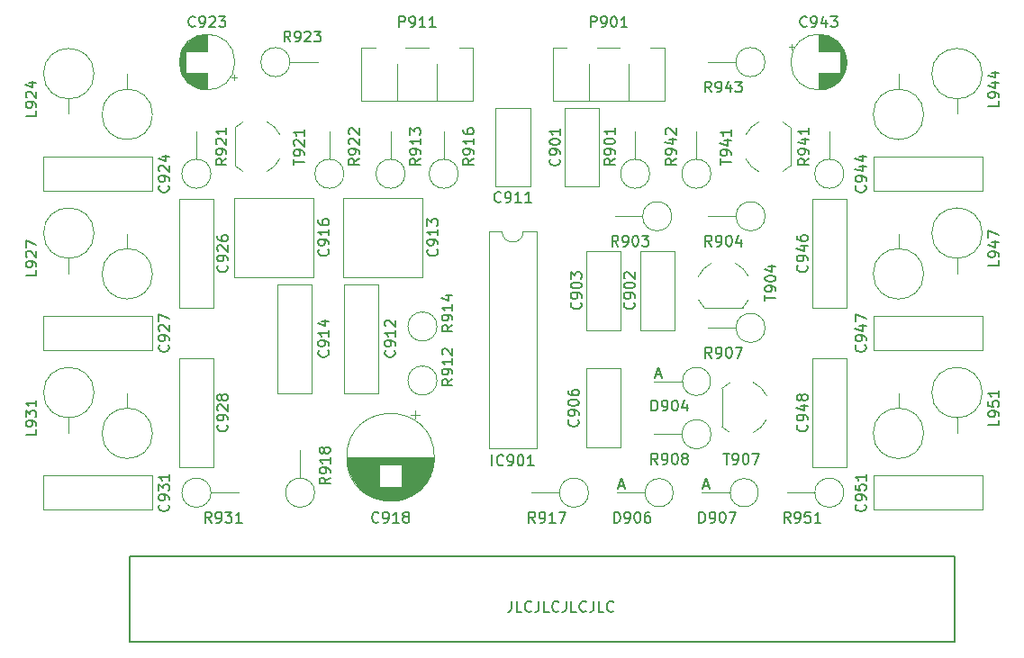
<source format=gto>
G04 #@! TF.GenerationSoftware,KiCad,Pcbnew,(6.0.10)*
G04 #@! TF.CreationDate,2023-02-04T23:50:25+01:00*
G04 #@! TF.ProjectId,Stereo-Decoder-Modul,53746572-656f-42d4-9465-636f6465722d,rev?*
G04 #@! TF.SameCoordinates,Original*
G04 #@! TF.FileFunction,Legend,Top*
G04 #@! TF.FilePolarity,Positive*
%FSLAX46Y46*%
G04 Gerber Fmt 4.6, Leading zero omitted, Abs format (unit mm)*
G04 Created by KiCad (PCBNEW (6.0.10)) date 2023-02-04 23:50:25*
%MOMM*%
%LPD*%
G01*
G04 APERTURE LIST*
%ADD10C,0.200000*%
%ADD11C,0.150000*%
%ADD12C,0.120000*%
%ADD13C,1.600000*%
%ADD14C,2.000000*%
%ADD15O,2.000000X2.000000*%
%ADD16O,1.600000X1.600000*%
%ADD17R,1.600000X1.600000*%
%ADD18C,1.500000*%
%ADD19R,2.400000X1.600000*%
%ADD20O,2.400000X1.600000*%
%ADD21C,2.340000*%
G04 APERTURE END LIST*
D10*
X92380952Y-100952380D02*
X92380952Y-101666666D01*
X92333333Y-101809523D01*
X92238095Y-101904761D01*
X92095238Y-101952380D01*
X92000000Y-101952380D01*
X93333333Y-101952380D02*
X92857142Y-101952380D01*
X92857142Y-100952380D01*
X94238095Y-101857142D02*
X94190476Y-101904761D01*
X94047619Y-101952380D01*
X93952380Y-101952380D01*
X93809523Y-101904761D01*
X93714285Y-101809523D01*
X93666666Y-101714285D01*
X93619047Y-101523809D01*
X93619047Y-101380952D01*
X93666666Y-101190476D01*
X93714285Y-101095238D01*
X93809523Y-101000000D01*
X93952380Y-100952380D01*
X94047619Y-100952380D01*
X94190476Y-101000000D01*
X94238095Y-101047619D01*
X94952380Y-100952380D02*
X94952380Y-101666666D01*
X94904761Y-101809523D01*
X94809523Y-101904761D01*
X94666666Y-101952380D01*
X94571428Y-101952380D01*
X95904761Y-101952380D02*
X95428571Y-101952380D01*
X95428571Y-100952380D01*
X96809523Y-101857142D02*
X96761904Y-101904761D01*
X96619047Y-101952380D01*
X96523809Y-101952380D01*
X96380952Y-101904761D01*
X96285714Y-101809523D01*
X96238095Y-101714285D01*
X96190476Y-101523809D01*
X96190476Y-101380952D01*
X96238095Y-101190476D01*
X96285714Y-101095238D01*
X96380952Y-101000000D01*
X96523809Y-100952380D01*
X96619047Y-100952380D01*
X96761904Y-101000000D01*
X96809523Y-101047619D01*
X97523809Y-100952380D02*
X97523809Y-101666666D01*
X97476190Y-101809523D01*
X97380952Y-101904761D01*
X97238095Y-101952380D01*
X97142857Y-101952380D01*
X98476190Y-101952380D02*
X98000000Y-101952380D01*
X98000000Y-100952380D01*
X99380952Y-101857142D02*
X99333333Y-101904761D01*
X99190476Y-101952380D01*
X99095238Y-101952380D01*
X98952380Y-101904761D01*
X98857142Y-101809523D01*
X98809523Y-101714285D01*
X98761904Y-101523809D01*
X98761904Y-101380952D01*
X98809523Y-101190476D01*
X98857142Y-101095238D01*
X98952380Y-101000000D01*
X99095238Y-100952380D01*
X99190476Y-100952380D01*
X99333333Y-101000000D01*
X99380952Y-101047619D01*
X100095238Y-100952380D02*
X100095238Y-101666666D01*
X100047619Y-101809523D01*
X99952380Y-101904761D01*
X99809523Y-101952380D01*
X99714285Y-101952380D01*
X101047619Y-101952380D02*
X100571428Y-101952380D01*
X100571428Y-100952380D01*
X101952380Y-101857142D02*
X101904761Y-101904761D01*
X101761904Y-101952380D01*
X101666666Y-101952380D01*
X101523809Y-101904761D01*
X101428571Y-101809523D01*
X101380952Y-101714285D01*
X101333333Y-101523809D01*
X101333333Y-101380952D01*
X101380952Y-101190476D01*
X101428571Y-101095238D01*
X101523809Y-101000000D01*
X101666666Y-100952380D01*
X101761904Y-100952380D01*
X101904761Y-101000000D01*
X101952380Y-101047619D01*
D11*
X91380952Y-63357142D02*
X91333333Y-63404761D01*
X91190476Y-63452380D01*
X91095238Y-63452380D01*
X90952380Y-63404761D01*
X90857142Y-63309523D01*
X90809523Y-63214285D01*
X90761904Y-63023809D01*
X90761904Y-62880952D01*
X90809523Y-62690476D01*
X90857142Y-62595238D01*
X90952380Y-62500000D01*
X91095238Y-62452380D01*
X91190476Y-62452380D01*
X91333333Y-62500000D01*
X91380952Y-62547619D01*
X91857142Y-63452380D02*
X92047619Y-63452380D01*
X92142857Y-63404761D01*
X92190476Y-63357142D01*
X92285714Y-63214285D01*
X92333333Y-63023809D01*
X92333333Y-62642857D01*
X92285714Y-62547619D01*
X92238095Y-62500000D01*
X92142857Y-62452380D01*
X91952380Y-62452380D01*
X91857142Y-62500000D01*
X91809523Y-62547619D01*
X91761904Y-62642857D01*
X91761904Y-62880952D01*
X91809523Y-62976190D01*
X91857142Y-63023809D01*
X91952380Y-63071428D01*
X92142857Y-63071428D01*
X92238095Y-63023809D01*
X92285714Y-62976190D01*
X92333333Y-62880952D01*
X93285714Y-63452380D02*
X92714285Y-63452380D01*
X93000000Y-63452380D02*
X93000000Y-62452380D01*
X92904761Y-62595238D01*
X92809523Y-62690476D01*
X92714285Y-62738095D01*
X94238095Y-63452380D02*
X93666666Y-63452380D01*
X93952380Y-63452380D02*
X93952380Y-62452380D01*
X93857142Y-62595238D01*
X93761904Y-62690476D01*
X93666666Y-62738095D01*
X138202380Y-83914047D02*
X138202380Y-84390238D01*
X137202380Y-84390238D01*
X138202380Y-83533095D02*
X138202380Y-83342619D01*
X138154761Y-83247380D01*
X138107142Y-83199761D01*
X137964285Y-83104523D01*
X137773809Y-83056904D01*
X137392857Y-83056904D01*
X137297619Y-83104523D01*
X137250000Y-83152142D01*
X137202380Y-83247380D01*
X137202380Y-83437857D01*
X137250000Y-83533095D01*
X137297619Y-83580714D01*
X137392857Y-83628333D01*
X137630952Y-83628333D01*
X137726190Y-83580714D01*
X137773809Y-83533095D01*
X137821428Y-83437857D01*
X137821428Y-83247380D01*
X137773809Y-83152142D01*
X137726190Y-83104523D01*
X137630952Y-83056904D01*
X137202380Y-82152142D02*
X137202380Y-82628333D01*
X137678571Y-82675952D01*
X137630952Y-82628333D01*
X137583333Y-82533095D01*
X137583333Y-82295000D01*
X137630952Y-82199761D01*
X137678571Y-82152142D01*
X137773809Y-82104523D01*
X138011904Y-82104523D01*
X138107142Y-82152142D01*
X138154761Y-82199761D01*
X138202380Y-82295000D01*
X138202380Y-82533095D01*
X138154761Y-82628333D01*
X138107142Y-82675952D01*
X138202380Y-81152142D02*
X138202380Y-81723571D01*
X138202380Y-81437857D02*
X137202380Y-81437857D01*
X137345238Y-81533095D01*
X137440476Y-81628333D01*
X137488095Y-81723571D01*
X138202380Y-68914047D02*
X138202380Y-69390238D01*
X137202380Y-69390238D01*
X138202380Y-68533095D02*
X138202380Y-68342619D01*
X138154761Y-68247380D01*
X138107142Y-68199761D01*
X137964285Y-68104523D01*
X137773809Y-68056904D01*
X137392857Y-68056904D01*
X137297619Y-68104523D01*
X137250000Y-68152142D01*
X137202380Y-68247380D01*
X137202380Y-68437857D01*
X137250000Y-68533095D01*
X137297619Y-68580714D01*
X137392857Y-68628333D01*
X137630952Y-68628333D01*
X137726190Y-68580714D01*
X137773809Y-68533095D01*
X137821428Y-68437857D01*
X137821428Y-68247380D01*
X137773809Y-68152142D01*
X137726190Y-68104523D01*
X137630952Y-68056904D01*
X137535714Y-67199761D02*
X138202380Y-67199761D01*
X137154761Y-67437857D02*
X137869047Y-67675952D01*
X137869047Y-67056904D01*
X137202380Y-66771190D02*
X137202380Y-66104523D01*
X138202380Y-66533095D01*
X138202380Y-53914047D02*
X138202380Y-54390238D01*
X137202380Y-54390238D01*
X138202380Y-53533095D02*
X138202380Y-53342619D01*
X138154761Y-53247380D01*
X138107142Y-53199761D01*
X137964285Y-53104523D01*
X137773809Y-53056904D01*
X137392857Y-53056904D01*
X137297619Y-53104523D01*
X137250000Y-53152142D01*
X137202380Y-53247380D01*
X137202380Y-53437857D01*
X137250000Y-53533095D01*
X137297619Y-53580714D01*
X137392857Y-53628333D01*
X137630952Y-53628333D01*
X137726190Y-53580714D01*
X137773809Y-53533095D01*
X137821428Y-53437857D01*
X137821428Y-53247380D01*
X137773809Y-53152142D01*
X137726190Y-53104523D01*
X137630952Y-53056904D01*
X137535714Y-52199761D02*
X138202380Y-52199761D01*
X137154761Y-52437857D02*
X137869047Y-52675952D01*
X137869047Y-52056904D01*
X137535714Y-51247380D02*
X138202380Y-51247380D01*
X137154761Y-51485476D02*
X137869047Y-51723571D01*
X137869047Y-51104523D01*
X47702380Y-84824047D02*
X47702380Y-85300238D01*
X46702380Y-85300238D01*
X47702380Y-84443095D02*
X47702380Y-84252619D01*
X47654761Y-84157380D01*
X47607142Y-84109761D01*
X47464285Y-84014523D01*
X47273809Y-83966904D01*
X46892857Y-83966904D01*
X46797619Y-84014523D01*
X46750000Y-84062142D01*
X46702380Y-84157380D01*
X46702380Y-84347857D01*
X46750000Y-84443095D01*
X46797619Y-84490714D01*
X46892857Y-84538333D01*
X47130952Y-84538333D01*
X47226190Y-84490714D01*
X47273809Y-84443095D01*
X47321428Y-84347857D01*
X47321428Y-84157380D01*
X47273809Y-84062142D01*
X47226190Y-84014523D01*
X47130952Y-83966904D01*
X46702380Y-83633571D02*
X46702380Y-83014523D01*
X47083333Y-83347857D01*
X47083333Y-83205000D01*
X47130952Y-83109761D01*
X47178571Y-83062142D01*
X47273809Y-83014523D01*
X47511904Y-83014523D01*
X47607142Y-83062142D01*
X47654761Y-83109761D01*
X47702380Y-83205000D01*
X47702380Y-83490714D01*
X47654761Y-83585952D01*
X47607142Y-83633571D01*
X47702380Y-82062142D02*
X47702380Y-82633571D01*
X47702380Y-82347857D02*
X46702380Y-82347857D01*
X46845238Y-82443095D01*
X46940476Y-82538333D01*
X46988095Y-82633571D01*
X47702380Y-69824047D02*
X47702380Y-70300238D01*
X46702380Y-70300238D01*
X47702380Y-69443095D02*
X47702380Y-69252619D01*
X47654761Y-69157380D01*
X47607142Y-69109761D01*
X47464285Y-69014523D01*
X47273809Y-68966904D01*
X46892857Y-68966904D01*
X46797619Y-69014523D01*
X46750000Y-69062142D01*
X46702380Y-69157380D01*
X46702380Y-69347857D01*
X46750000Y-69443095D01*
X46797619Y-69490714D01*
X46892857Y-69538333D01*
X47130952Y-69538333D01*
X47226190Y-69490714D01*
X47273809Y-69443095D01*
X47321428Y-69347857D01*
X47321428Y-69157380D01*
X47273809Y-69062142D01*
X47226190Y-69014523D01*
X47130952Y-68966904D01*
X46797619Y-68585952D02*
X46750000Y-68538333D01*
X46702380Y-68443095D01*
X46702380Y-68205000D01*
X46750000Y-68109761D01*
X46797619Y-68062142D01*
X46892857Y-68014523D01*
X46988095Y-68014523D01*
X47130952Y-68062142D01*
X47702380Y-68633571D01*
X47702380Y-68014523D01*
X46702380Y-67681190D02*
X46702380Y-67014523D01*
X47702380Y-67443095D01*
X47702380Y-54824047D02*
X47702380Y-55300238D01*
X46702380Y-55300238D01*
X47702380Y-54443095D02*
X47702380Y-54252619D01*
X47654761Y-54157380D01*
X47607142Y-54109761D01*
X47464285Y-54014523D01*
X47273809Y-53966904D01*
X46892857Y-53966904D01*
X46797619Y-54014523D01*
X46750000Y-54062142D01*
X46702380Y-54157380D01*
X46702380Y-54347857D01*
X46750000Y-54443095D01*
X46797619Y-54490714D01*
X46892857Y-54538333D01*
X47130952Y-54538333D01*
X47226190Y-54490714D01*
X47273809Y-54443095D01*
X47321428Y-54347857D01*
X47321428Y-54157380D01*
X47273809Y-54062142D01*
X47226190Y-54014523D01*
X47130952Y-53966904D01*
X46797619Y-53585952D02*
X46750000Y-53538333D01*
X46702380Y-53443095D01*
X46702380Y-53205000D01*
X46750000Y-53109761D01*
X46797619Y-53062142D01*
X46892857Y-53014523D01*
X46988095Y-53014523D01*
X47130952Y-53062142D01*
X47702380Y-53633571D01*
X47702380Y-53014523D01*
X47035714Y-52157380D02*
X47702380Y-52157380D01*
X46654761Y-52395476D02*
X47369047Y-52633571D01*
X47369047Y-52014523D01*
X86822380Y-74969047D02*
X86346190Y-75302380D01*
X86822380Y-75540476D02*
X85822380Y-75540476D01*
X85822380Y-75159523D01*
X85870000Y-75064285D01*
X85917619Y-75016666D01*
X86012857Y-74969047D01*
X86155714Y-74969047D01*
X86250952Y-75016666D01*
X86298571Y-75064285D01*
X86346190Y-75159523D01*
X86346190Y-75540476D01*
X86822380Y-74492857D02*
X86822380Y-74302380D01*
X86774761Y-74207142D01*
X86727142Y-74159523D01*
X86584285Y-74064285D01*
X86393809Y-74016666D01*
X86012857Y-74016666D01*
X85917619Y-74064285D01*
X85870000Y-74111904D01*
X85822380Y-74207142D01*
X85822380Y-74397619D01*
X85870000Y-74492857D01*
X85917619Y-74540476D01*
X86012857Y-74588095D01*
X86250952Y-74588095D01*
X86346190Y-74540476D01*
X86393809Y-74492857D01*
X86441428Y-74397619D01*
X86441428Y-74207142D01*
X86393809Y-74111904D01*
X86346190Y-74064285D01*
X86250952Y-74016666D01*
X86822380Y-73064285D02*
X86822380Y-73635714D01*
X86822380Y-73350000D02*
X85822380Y-73350000D01*
X85965238Y-73445238D01*
X86060476Y-73540476D01*
X86108095Y-73635714D01*
X86155714Y-72207142D02*
X86822380Y-72207142D01*
X85774761Y-72445238D02*
X86489047Y-72683333D01*
X86489047Y-72064285D01*
X105534523Y-83058751D02*
X105534523Y-82058751D01*
X105772619Y-82058751D01*
X105915476Y-82106371D01*
X106010714Y-82201609D01*
X106058333Y-82296847D01*
X106105952Y-82487323D01*
X106105952Y-82630180D01*
X106058333Y-82820656D01*
X106010714Y-82915894D01*
X105915476Y-83011132D01*
X105772619Y-83058751D01*
X105534523Y-83058751D01*
X106582142Y-83058751D02*
X106772619Y-83058751D01*
X106867857Y-83011132D01*
X106915476Y-82963513D01*
X107010714Y-82820656D01*
X107058333Y-82630180D01*
X107058333Y-82249228D01*
X107010714Y-82153990D01*
X106963095Y-82106371D01*
X106867857Y-82058751D01*
X106677380Y-82058751D01*
X106582142Y-82106371D01*
X106534523Y-82153990D01*
X106486904Y-82249228D01*
X106486904Y-82487323D01*
X106534523Y-82582561D01*
X106582142Y-82630180D01*
X106677380Y-82677799D01*
X106867857Y-82677799D01*
X106963095Y-82630180D01*
X107010714Y-82582561D01*
X107058333Y-82487323D01*
X107677380Y-82058751D02*
X107772619Y-82058751D01*
X107867857Y-82106371D01*
X107915476Y-82153990D01*
X107963095Y-82249228D01*
X108010714Y-82439704D01*
X108010714Y-82677799D01*
X107963095Y-82868275D01*
X107915476Y-82963513D01*
X107867857Y-83011132D01*
X107772619Y-83058751D01*
X107677380Y-83058751D01*
X107582142Y-83011132D01*
X107534523Y-82963513D01*
X107486904Y-82868275D01*
X107439285Y-82677799D01*
X107439285Y-82439704D01*
X107486904Y-82249228D01*
X107534523Y-82153990D01*
X107582142Y-82106371D01*
X107677380Y-82058751D01*
X108867857Y-82392085D02*
X108867857Y-83058751D01*
X108629761Y-82011132D02*
X108391666Y-82725418D01*
X109010714Y-82725418D01*
X105946904Y-79646666D02*
X106423095Y-79646666D01*
X105851666Y-79932380D02*
X106185000Y-78932380D01*
X106518333Y-79932380D01*
X85357142Y-67869047D02*
X85404761Y-67916666D01*
X85452380Y-68059523D01*
X85452380Y-68154761D01*
X85404761Y-68297619D01*
X85309523Y-68392857D01*
X85214285Y-68440476D01*
X85023809Y-68488095D01*
X84880952Y-68488095D01*
X84690476Y-68440476D01*
X84595238Y-68392857D01*
X84500000Y-68297619D01*
X84452380Y-68154761D01*
X84452380Y-68059523D01*
X84500000Y-67916666D01*
X84547619Y-67869047D01*
X85452380Y-67392857D02*
X85452380Y-67202380D01*
X85404761Y-67107142D01*
X85357142Y-67059523D01*
X85214285Y-66964285D01*
X85023809Y-66916666D01*
X84642857Y-66916666D01*
X84547619Y-66964285D01*
X84500000Y-67011904D01*
X84452380Y-67107142D01*
X84452380Y-67297619D01*
X84500000Y-67392857D01*
X84547619Y-67440476D01*
X84642857Y-67488095D01*
X84880952Y-67488095D01*
X84976190Y-67440476D01*
X85023809Y-67392857D01*
X85071428Y-67297619D01*
X85071428Y-67107142D01*
X85023809Y-67011904D01*
X84976190Y-66964285D01*
X84880952Y-66916666D01*
X85452380Y-65964285D02*
X85452380Y-66535714D01*
X85452380Y-66250000D02*
X84452380Y-66250000D01*
X84595238Y-66345238D01*
X84690476Y-66440476D01*
X84738095Y-66535714D01*
X84452380Y-65630952D02*
X84452380Y-65011904D01*
X84833333Y-65345238D01*
X84833333Y-65202380D01*
X84880952Y-65107142D01*
X84928571Y-65059523D01*
X85023809Y-65011904D01*
X85261904Y-65011904D01*
X85357142Y-65059523D01*
X85404761Y-65107142D01*
X85452380Y-65202380D01*
X85452380Y-65488095D01*
X85404761Y-65583333D01*
X85357142Y-65630952D01*
X64170952Y-93572380D02*
X63837619Y-93096190D01*
X63599523Y-93572380D02*
X63599523Y-92572380D01*
X63980476Y-92572380D01*
X64075714Y-92620000D01*
X64123333Y-92667619D01*
X64170952Y-92762857D01*
X64170952Y-92905714D01*
X64123333Y-93000952D01*
X64075714Y-93048571D01*
X63980476Y-93096190D01*
X63599523Y-93096190D01*
X64647142Y-93572380D02*
X64837619Y-93572380D01*
X64932857Y-93524761D01*
X64980476Y-93477142D01*
X65075714Y-93334285D01*
X65123333Y-93143809D01*
X65123333Y-92762857D01*
X65075714Y-92667619D01*
X65028095Y-92620000D01*
X64932857Y-92572380D01*
X64742380Y-92572380D01*
X64647142Y-92620000D01*
X64599523Y-92667619D01*
X64551904Y-92762857D01*
X64551904Y-93000952D01*
X64599523Y-93096190D01*
X64647142Y-93143809D01*
X64742380Y-93191428D01*
X64932857Y-93191428D01*
X65028095Y-93143809D01*
X65075714Y-93096190D01*
X65123333Y-93000952D01*
X65456666Y-92572380D02*
X66075714Y-92572380D01*
X65742380Y-92953333D01*
X65885238Y-92953333D01*
X65980476Y-93000952D01*
X66028095Y-93048571D01*
X66075714Y-93143809D01*
X66075714Y-93381904D01*
X66028095Y-93477142D01*
X65980476Y-93524761D01*
X65885238Y-93572380D01*
X65599523Y-93572380D01*
X65504285Y-93524761D01*
X65456666Y-93477142D01*
X67028095Y-93572380D02*
X66456666Y-93572380D01*
X66742380Y-93572380D02*
X66742380Y-92572380D01*
X66647142Y-92715238D01*
X66551904Y-92810476D01*
X66456666Y-92858095D01*
X88822380Y-59329047D02*
X88346190Y-59662380D01*
X88822380Y-59900476D02*
X87822380Y-59900476D01*
X87822380Y-59519523D01*
X87870000Y-59424285D01*
X87917619Y-59376666D01*
X88012857Y-59329047D01*
X88155714Y-59329047D01*
X88250952Y-59376666D01*
X88298571Y-59424285D01*
X88346190Y-59519523D01*
X88346190Y-59900476D01*
X88822380Y-58852857D02*
X88822380Y-58662380D01*
X88774761Y-58567142D01*
X88727142Y-58519523D01*
X88584285Y-58424285D01*
X88393809Y-58376666D01*
X88012857Y-58376666D01*
X87917619Y-58424285D01*
X87870000Y-58471904D01*
X87822380Y-58567142D01*
X87822380Y-58757619D01*
X87870000Y-58852857D01*
X87917619Y-58900476D01*
X88012857Y-58948095D01*
X88250952Y-58948095D01*
X88346190Y-58900476D01*
X88393809Y-58852857D01*
X88441428Y-58757619D01*
X88441428Y-58567142D01*
X88393809Y-58471904D01*
X88346190Y-58424285D01*
X88250952Y-58376666D01*
X88822380Y-57424285D02*
X88822380Y-57995714D01*
X88822380Y-57710000D02*
X87822380Y-57710000D01*
X87965238Y-57805238D01*
X88060476Y-57900476D01*
X88108095Y-57995714D01*
X87822380Y-56567142D02*
X87822380Y-56757619D01*
X87870000Y-56852857D01*
X87917619Y-56900476D01*
X88060476Y-56995714D01*
X88250952Y-57043333D01*
X88631904Y-57043333D01*
X88727142Y-56995714D01*
X88774761Y-56948095D01*
X88822380Y-56852857D01*
X88822380Y-56662380D01*
X88774761Y-56567142D01*
X88727142Y-56519523D01*
X88631904Y-56471904D01*
X88393809Y-56471904D01*
X88298571Y-56519523D01*
X88250952Y-56567142D01*
X88203333Y-56662380D01*
X88203333Y-56852857D01*
X88250952Y-56948095D01*
X88298571Y-56995714D01*
X88393809Y-57043333D01*
X75107142Y-77369047D02*
X75154761Y-77416666D01*
X75202380Y-77559523D01*
X75202380Y-77654761D01*
X75154761Y-77797619D01*
X75059523Y-77892857D01*
X74964285Y-77940476D01*
X74773809Y-77988095D01*
X74630952Y-77988095D01*
X74440476Y-77940476D01*
X74345238Y-77892857D01*
X74250000Y-77797619D01*
X74202380Y-77654761D01*
X74202380Y-77559523D01*
X74250000Y-77416666D01*
X74297619Y-77369047D01*
X75202380Y-76892857D02*
X75202380Y-76702380D01*
X75154761Y-76607142D01*
X75107142Y-76559523D01*
X74964285Y-76464285D01*
X74773809Y-76416666D01*
X74392857Y-76416666D01*
X74297619Y-76464285D01*
X74250000Y-76511904D01*
X74202380Y-76607142D01*
X74202380Y-76797619D01*
X74250000Y-76892857D01*
X74297619Y-76940476D01*
X74392857Y-76988095D01*
X74630952Y-76988095D01*
X74726190Y-76940476D01*
X74773809Y-76892857D01*
X74821428Y-76797619D01*
X74821428Y-76607142D01*
X74773809Y-76511904D01*
X74726190Y-76464285D01*
X74630952Y-76416666D01*
X75202380Y-75464285D02*
X75202380Y-76035714D01*
X75202380Y-75750000D02*
X74202380Y-75750000D01*
X74345238Y-75845238D01*
X74440476Y-75940476D01*
X74488095Y-76035714D01*
X74535714Y-74607142D02*
X75202380Y-74607142D01*
X74154761Y-74845238D02*
X74869047Y-75083333D01*
X74869047Y-74464285D01*
X78072380Y-59329047D02*
X77596190Y-59662380D01*
X78072380Y-59900476D02*
X77072380Y-59900476D01*
X77072380Y-59519523D01*
X77120000Y-59424285D01*
X77167619Y-59376666D01*
X77262857Y-59329047D01*
X77405714Y-59329047D01*
X77500952Y-59376666D01*
X77548571Y-59424285D01*
X77596190Y-59519523D01*
X77596190Y-59900476D01*
X78072380Y-58852857D02*
X78072380Y-58662380D01*
X78024761Y-58567142D01*
X77977142Y-58519523D01*
X77834285Y-58424285D01*
X77643809Y-58376666D01*
X77262857Y-58376666D01*
X77167619Y-58424285D01*
X77120000Y-58471904D01*
X77072380Y-58567142D01*
X77072380Y-58757619D01*
X77120000Y-58852857D01*
X77167619Y-58900476D01*
X77262857Y-58948095D01*
X77500952Y-58948095D01*
X77596190Y-58900476D01*
X77643809Y-58852857D01*
X77691428Y-58757619D01*
X77691428Y-58567142D01*
X77643809Y-58471904D01*
X77596190Y-58424285D01*
X77500952Y-58376666D01*
X77167619Y-57995714D02*
X77120000Y-57948095D01*
X77072380Y-57852857D01*
X77072380Y-57614761D01*
X77120000Y-57519523D01*
X77167619Y-57471904D01*
X77262857Y-57424285D01*
X77358095Y-57424285D01*
X77500952Y-57471904D01*
X78072380Y-58043333D01*
X78072380Y-57424285D01*
X77167619Y-57043333D02*
X77120000Y-56995714D01*
X77072380Y-56900476D01*
X77072380Y-56662380D01*
X77120000Y-56567142D01*
X77167619Y-56519523D01*
X77262857Y-56471904D01*
X77358095Y-56471904D01*
X77500952Y-56519523D01*
X78072380Y-57090952D01*
X78072380Y-56471904D01*
X111170952Y-53072380D02*
X110837619Y-52596190D01*
X110599523Y-53072380D02*
X110599523Y-52072380D01*
X110980476Y-52072380D01*
X111075714Y-52120000D01*
X111123333Y-52167619D01*
X111170952Y-52262857D01*
X111170952Y-52405714D01*
X111123333Y-52500952D01*
X111075714Y-52548571D01*
X110980476Y-52596190D01*
X110599523Y-52596190D01*
X111647142Y-53072380D02*
X111837619Y-53072380D01*
X111932857Y-53024761D01*
X111980476Y-52977142D01*
X112075714Y-52834285D01*
X112123333Y-52643809D01*
X112123333Y-52262857D01*
X112075714Y-52167619D01*
X112028095Y-52120000D01*
X111932857Y-52072380D01*
X111742380Y-52072380D01*
X111647142Y-52120000D01*
X111599523Y-52167619D01*
X111551904Y-52262857D01*
X111551904Y-52500952D01*
X111599523Y-52596190D01*
X111647142Y-52643809D01*
X111742380Y-52691428D01*
X111932857Y-52691428D01*
X112028095Y-52643809D01*
X112075714Y-52596190D01*
X112123333Y-52500952D01*
X112980476Y-52405714D02*
X112980476Y-53072380D01*
X112742380Y-52024761D02*
X112504285Y-52739047D01*
X113123333Y-52739047D01*
X113409047Y-52072380D02*
X114028095Y-52072380D01*
X113694761Y-52453333D01*
X113837619Y-52453333D01*
X113932857Y-52500952D01*
X113980476Y-52548571D01*
X114028095Y-52643809D01*
X114028095Y-52881904D01*
X113980476Y-52977142D01*
X113932857Y-53024761D01*
X113837619Y-53072380D01*
X113551904Y-53072380D01*
X113456666Y-53024761D01*
X113409047Y-52977142D01*
X110019523Y-93572380D02*
X110019523Y-92572380D01*
X110257619Y-92572380D01*
X110400476Y-92620000D01*
X110495714Y-92715238D01*
X110543333Y-92810476D01*
X110590952Y-93000952D01*
X110590952Y-93143809D01*
X110543333Y-93334285D01*
X110495714Y-93429523D01*
X110400476Y-93524761D01*
X110257619Y-93572380D01*
X110019523Y-93572380D01*
X111067142Y-93572380D02*
X111257619Y-93572380D01*
X111352857Y-93524761D01*
X111400476Y-93477142D01*
X111495714Y-93334285D01*
X111543333Y-93143809D01*
X111543333Y-92762857D01*
X111495714Y-92667619D01*
X111448095Y-92620000D01*
X111352857Y-92572380D01*
X111162380Y-92572380D01*
X111067142Y-92620000D01*
X111019523Y-92667619D01*
X110971904Y-92762857D01*
X110971904Y-93000952D01*
X111019523Y-93096190D01*
X111067142Y-93143809D01*
X111162380Y-93191428D01*
X111352857Y-93191428D01*
X111448095Y-93143809D01*
X111495714Y-93096190D01*
X111543333Y-93000952D01*
X112162380Y-92572380D02*
X112257619Y-92572380D01*
X112352857Y-92620000D01*
X112400476Y-92667619D01*
X112448095Y-92762857D01*
X112495714Y-92953333D01*
X112495714Y-93191428D01*
X112448095Y-93381904D01*
X112400476Y-93477142D01*
X112352857Y-93524761D01*
X112257619Y-93572380D01*
X112162380Y-93572380D01*
X112067142Y-93524761D01*
X112019523Y-93477142D01*
X111971904Y-93381904D01*
X111924285Y-93191428D01*
X111924285Y-92953333D01*
X111971904Y-92762857D01*
X112019523Y-92667619D01*
X112067142Y-92620000D01*
X112162380Y-92572380D01*
X112829047Y-92572380D02*
X113495714Y-92572380D01*
X113067142Y-93572380D01*
X110431904Y-90116666D02*
X110908095Y-90116666D01*
X110336666Y-90402380D02*
X110670000Y-89402380D01*
X111003333Y-90402380D01*
X102019523Y-93572380D02*
X102019523Y-92572380D01*
X102257619Y-92572380D01*
X102400476Y-92620000D01*
X102495714Y-92715238D01*
X102543333Y-92810476D01*
X102590952Y-93000952D01*
X102590952Y-93143809D01*
X102543333Y-93334285D01*
X102495714Y-93429523D01*
X102400476Y-93524761D01*
X102257619Y-93572380D01*
X102019523Y-93572380D01*
X103067142Y-93572380D02*
X103257619Y-93572380D01*
X103352857Y-93524761D01*
X103400476Y-93477142D01*
X103495714Y-93334285D01*
X103543333Y-93143809D01*
X103543333Y-92762857D01*
X103495714Y-92667619D01*
X103448095Y-92620000D01*
X103352857Y-92572380D01*
X103162380Y-92572380D01*
X103067142Y-92620000D01*
X103019523Y-92667619D01*
X102971904Y-92762857D01*
X102971904Y-93000952D01*
X103019523Y-93096190D01*
X103067142Y-93143809D01*
X103162380Y-93191428D01*
X103352857Y-93191428D01*
X103448095Y-93143809D01*
X103495714Y-93096190D01*
X103543333Y-93000952D01*
X104162380Y-92572380D02*
X104257619Y-92572380D01*
X104352857Y-92620000D01*
X104400476Y-92667619D01*
X104448095Y-92762857D01*
X104495714Y-92953333D01*
X104495714Y-93191428D01*
X104448095Y-93381904D01*
X104400476Y-93477142D01*
X104352857Y-93524761D01*
X104257619Y-93572380D01*
X104162380Y-93572380D01*
X104067142Y-93524761D01*
X104019523Y-93477142D01*
X103971904Y-93381904D01*
X103924285Y-93191428D01*
X103924285Y-92953333D01*
X103971904Y-92762857D01*
X104019523Y-92667619D01*
X104067142Y-92620000D01*
X104162380Y-92572380D01*
X105352857Y-92572380D02*
X105162380Y-92572380D01*
X105067142Y-92620000D01*
X105019523Y-92667619D01*
X104924285Y-92810476D01*
X104876666Y-93000952D01*
X104876666Y-93381904D01*
X104924285Y-93477142D01*
X104971904Y-93524761D01*
X105067142Y-93572380D01*
X105257619Y-93572380D01*
X105352857Y-93524761D01*
X105400476Y-93477142D01*
X105448095Y-93381904D01*
X105448095Y-93143809D01*
X105400476Y-93048571D01*
X105352857Y-93000952D01*
X105257619Y-92953333D01*
X105067142Y-92953333D01*
X104971904Y-93000952D01*
X104924285Y-93048571D01*
X104876666Y-93143809D01*
X102431904Y-90116666D02*
X102908095Y-90116666D01*
X102336666Y-90402380D02*
X102670000Y-89402380D01*
X103003333Y-90402380D01*
X120130952Y-46857142D02*
X120083333Y-46904761D01*
X119940476Y-46952380D01*
X119845238Y-46952380D01*
X119702380Y-46904761D01*
X119607142Y-46809523D01*
X119559523Y-46714285D01*
X119511904Y-46523809D01*
X119511904Y-46380952D01*
X119559523Y-46190476D01*
X119607142Y-46095238D01*
X119702380Y-46000000D01*
X119845238Y-45952380D01*
X119940476Y-45952380D01*
X120083333Y-46000000D01*
X120130952Y-46047619D01*
X120607142Y-46952380D02*
X120797619Y-46952380D01*
X120892857Y-46904761D01*
X120940476Y-46857142D01*
X121035714Y-46714285D01*
X121083333Y-46523809D01*
X121083333Y-46142857D01*
X121035714Y-46047619D01*
X120988095Y-46000000D01*
X120892857Y-45952380D01*
X120702380Y-45952380D01*
X120607142Y-46000000D01*
X120559523Y-46047619D01*
X120511904Y-46142857D01*
X120511904Y-46380952D01*
X120559523Y-46476190D01*
X120607142Y-46523809D01*
X120702380Y-46571428D01*
X120892857Y-46571428D01*
X120988095Y-46523809D01*
X121035714Y-46476190D01*
X121083333Y-46380952D01*
X121940476Y-46285714D02*
X121940476Y-46952380D01*
X121702380Y-45904761D02*
X121464285Y-46619047D01*
X122083333Y-46619047D01*
X122369047Y-45952380D02*
X122988095Y-45952380D01*
X122654761Y-46333333D01*
X122797619Y-46333333D01*
X122892857Y-46380952D01*
X122940476Y-46428571D01*
X122988095Y-46523809D01*
X122988095Y-46761904D01*
X122940476Y-46857142D01*
X122892857Y-46904761D01*
X122797619Y-46952380D01*
X122511904Y-46952380D01*
X122416666Y-46904761D01*
X122369047Y-46857142D01*
X65607142Y-84369047D02*
X65654761Y-84416666D01*
X65702380Y-84559523D01*
X65702380Y-84654761D01*
X65654761Y-84797619D01*
X65559523Y-84892857D01*
X65464285Y-84940476D01*
X65273809Y-84988095D01*
X65130952Y-84988095D01*
X64940476Y-84940476D01*
X64845238Y-84892857D01*
X64750000Y-84797619D01*
X64702380Y-84654761D01*
X64702380Y-84559523D01*
X64750000Y-84416666D01*
X64797619Y-84369047D01*
X65702380Y-83892857D02*
X65702380Y-83702380D01*
X65654761Y-83607142D01*
X65607142Y-83559523D01*
X65464285Y-83464285D01*
X65273809Y-83416666D01*
X64892857Y-83416666D01*
X64797619Y-83464285D01*
X64750000Y-83511904D01*
X64702380Y-83607142D01*
X64702380Y-83797619D01*
X64750000Y-83892857D01*
X64797619Y-83940476D01*
X64892857Y-83988095D01*
X65130952Y-83988095D01*
X65226190Y-83940476D01*
X65273809Y-83892857D01*
X65321428Y-83797619D01*
X65321428Y-83607142D01*
X65273809Y-83511904D01*
X65226190Y-83464285D01*
X65130952Y-83416666D01*
X64797619Y-83035714D02*
X64750000Y-82988095D01*
X64702380Y-82892857D01*
X64702380Y-82654761D01*
X64750000Y-82559523D01*
X64797619Y-82511904D01*
X64892857Y-82464285D01*
X64988095Y-82464285D01*
X65130952Y-82511904D01*
X65702380Y-83083333D01*
X65702380Y-82464285D01*
X65130952Y-81892857D02*
X65083333Y-81988095D01*
X65035714Y-82035714D01*
X64940476Y-82083333D01*
X64892857Y-82083333D01*
X64797619Y-82035714D01*
X64750000Y-81988095D01*
X64702380Y-81892857D01*
X64702380Y-81702380D01*
X64750000Y-81607142D01*
X64797619Y-81559523D01*
X64892857Y-81511904D01*
X64940476Y-81511904D01*
X65035714Y-81559523D01*
X65083333Y-81607142D01*
X65130952Y-81702380D01*
X65130952Y-81892857D01*
X65178571Y-81988095D01*
X65226190Y-82035714D01*
X65321428Y-82083333D01*
X65511904Y-82083333D01*
X65607142Y-82035714D01*
X65654761Y-81988095D01*
X65702380Y-81892857D01*
X65702380Y-81702380D01*
X65654761Y-81607142D01*
X65607142Y-81559523D01*
X65511904Y-81511904D01*
X65321428Y-81511904D01*
X65226190Y-81559523D01*
X65178571Y-81607142D01*
X65130952Y-81702380D01*
X83822380Y-59329047D02*
X83346190Y-59662380D01*
X83822380Y-59900476D02*
X82822380Y-59900476D01*
X82822380Y-59519523D01*
X82870000Y-59424285D01*
X82917619Y-59376666D01*
X83012857Y-59329047D01*
X83155714Y-59329047D01*
X83250952Y-59376666D01*
X83298571Y-59424285D01*
X83346190Y-59519523D01*
X83346190Y-59900476D01*
X83822380Y-58852857D02*
X83822380Y-58662380D01*
X83774761Y-58567142D01*
X83727142Y-58519523D01*
X83584285Y-58424285D01*
X83393809Y-58376666D01*
X83012857Y-58376666D01*
X82917619Y-58424285D01*
X82870000Y-58471904D01*
X82822380Y-58567142D01*
X82822380Y-58757619D01*
X82870000Y-58852857D01*
X82917619Y-58900476D01*
X83012857Y-58948095D01*
X83250952Y-58948095D01*
X83346190Y-58900476D01*
X83393809Y-58852857D01*
X83441428Y-58757619D01*
X83441428Y-58567142D01*
X83393809Y-58471904D01*
X83346190Y-58424285D01*
X83250952Y-58376666D01*
X83822380Y-57424285D02*
X83822380Y-57995714D01*
X83822380Y-57710000D02*
X82822380Y-57710000D01*
X82965238Y-57805238D01*
X83060476Y-57900476D01*
X83108095Y-57995714D01*
X82822380Y-57090952D02*
X82822380Y-56471904D01*
X83203333Y-56805238D01*
X83203333Y-56662380D01*
X83250952Y-56567142D01*
X83298571Y-56519523D01*
X83393809Y-56471904D01*
X83631904Y-56471904D01*
X83727142Y-56519523D01*
X83774761Y-56567142D01*
X83822380Y-56662380D01*
X83822380Y-56948095D01*
X83774761Y-57043333D01*
X83727142Y-57090952D01*
X112285714Y-87072380D02*
X112857142Y-87072380D01*
X112571428Y-88072380D02*
X112571428Y-87072380D01*
X113238095Y-88072380D02*
X113428571Y-88072380D01*
X113523809Y-88024761D01*
X113571428Y-87977142D01*
X113666666Y-87834285D01*
X113714285Y-87643809D01*
X113714285Y-87262857D01*
X113666666Y-87167619D01*
X113619047Y-87120000D01*
X113523809Y-87072380D01*
X113333333Y-87072380D01*
X113238095Y-87120000D01*
X113190476Y-87167619D01*
X113142857Y-87262857D01*
X113142857Y-87500952D01*
X113190476Y-87596190D01*
X113238095Y-87643809D01*
X113333333Y-87691428D01*
X113523809Y-87691428D01*
X113619047Y-87643809D01*
X113666666Y-87596190D01*
X113714285Y-87500952D01*
X114333333Y-87072380D02*
X114428571Y-87072380D01*
X114523809Y-87120000D01*
X114571428Y-87167619D01*
X114619047Y-87262857D01*
X114666666Y-87453333D01*
X114666666Y-87691428D01*
X114619047Y-87881904D01*
X114571428Y-87977142D01*
X114523809Y-88024761D01*
X114428571Y-88072380D01*
X114333333Y-88072380D01*
X114238095Y-88024761D01*
X114190476Y-87977142D01*
X114142857Y-87881904D01*
X114095238Y-87691428D01*
X114095238Y-87453333D01*
X114142857Y-87262857D01*
X114190476Y-87167619D01*
X114238095Y-87120000D01*
X114333333Y-87072380D01*
X115000000Y-87072380D02*
X115666666Y-87072380D01*
X115238095Y-88072380D01*
X125607142Y-76869047D02*
X125654761Y-76916666D01*
X125702380Y-77059523D01*
X125702380Y-77154761D01*
X125654761Y-77297619D01*
X125559523Y-77392857D01*
X125464285Y-77440476D01*
X125273809Y-77488095D01*
X125130952Y-77488095D01*
X124940476Y-77440476D01*
X124845238Y-77392857D01*
X124750000Y-77297619D01*
X124702380Y-77154761D01*
X124702380Y-77059523D01*
X124750000Y-76916666D01*
X124797619Y-76869047D01*
X125702380Y-76392857D02*
X125702380Y-76202380D01*
X125654761Y-76107142D01*
X125607142Y-76059523D01*
X125464285Y-75964285D01*
X125273809Y-75916666D01*
X124892857Y-75916666D01*
X124797619Y-75964285D01*
X124750000Y-76011904D01*
X124702380Y-76107142D01*
X124702380Y-76297619D01*
X124750000Y-76392857D01*
X124797619Y-76440476D01*
X124892857Y-76488095D01*
X125130952Y-76488095D01*
X125226190Y-76440476D01*
X125273809Y-76392857D01*
X125321428Y-76297619D01*
X125321428Y-76107142D01*
X125273809Y-76011904D01*
X125226190Y-75964285D01*
X125130952Y-75916666D01*
X125035714Y-75059523D02*
X125702380Y-75059523D01*
X124654761Y-75297619D02*
X125369047Y-75535714D01*
X125369047Y-74916666D01*
X124702380Y-74630952D02*
X124702380Y-73964285D01*
X125702380Y-74392857D01*
X106105952Y-88072380D02*
X105772619Y-87596190D01*
X105534523Y-88072380D02*
X105534523Y-87072380D01*
X105915476Y-87072380D01*
X106010714Y-87120000D01*
X106058333Y-87167619D01*
X106105952Y-87262857D01*
X106105952Y-87405714D01*
X106058333Y-87500952D01*
X106010714Y-87548571D01*
X105915476Y-87596190D01*
X105534523Y-87596190D01*
X106582142Y-88072380D02*
X106772619Y-88072380D01*
X106867857Y-88024761D01*
X106915476Y-87977142D01*
X107010714Y-87834285D01*
X107058333Y-87643809D01*
X107058333Y-87262857D01*
X107010714Y-87167619D01*
X106963095Y-87120000D01*
X106867857Y-87072380D01*
X106677380Y-87072380D01*
X106582142Y-87120000D01*
X106534523Y-87167619D01*
X106486904Y-87262857D01*
X106486904Y-87500952D01*
X106534523Y-87596190D01*
X106582142Y-87643809D01*
X106677380Y-87691428D01*
X106867857Y-87691428D01*
X106963095Y-87643809D01*
X107010714Y-87596190D01*
X107058333Y-87500952D01*
X107677380Y-87072380D02*
X107772619Y-87072380D01*
X107867857Y-87120000D01*
X107915476Y-87167619D01*
X107963095Y-87262857D01*
X108010714Y-87453333D01*
X108010714Y-87691428D01*
X107963095Y-87881904D01*
X107915476Y-87977142D01*
X107867857Y-88024761D01*
X107772619Y-88072380D01*
X107677380Y-88072380D01*
X107582142Y-88024761D01*
X107534523Y-87977142D01*
X107486904Y-87881904D01*
X107439285Y-87691428D01*
X107439285Y-87453333D01*
X107486904Y-87262857D01*
X107534523Y-87167619D01*
X107582142Y-87120000D01*
X107677380Y-87072380D01*
X108582142Y-87500952D02*
X108486904Y-87453333D01*
X108439285Y-87405714D01*
X108391666Y-87310476D01*
X108391666Y-87262857D01*
X108439285Y-87167619D01*
X108486904Y-87120000D01*
X108582142Y-87072380D01*
X108772619Y-87072380D01*
X108867857Y-87120000D01*
X108915476Y-87167619D01*
X108963095Y-87262857D01*
X108963095Y-87310476D01*
X108915476Y-87405714D01*
X108867857Y-87453333D01*
X108772619Y-87500952D01*
X108582142Y-87500952D01*
X108486904Y-87548571D01*
X108439285Y-87596190D01*
X108391666Y-87691428D01*
X108391666Y-87881904D01*
X108439285Y-87977142D01*
X108486904Y-88024761D01*
X108582142Y-88072380D01*
X108772619Y-88072380D01*
X108867857Y-88024761D01*
X108915476Y-87977142D01*
X108963095Y-87881904D01*
X108963095Y-87691428D01*
X108915476Y-87596190D01*
X108867857Y-87548571D01*
X108772619Y-87500952D01*
X125607142Y-91869047D02*
X125654761Y-91916666D01*
X125702380Y-92059523D01*
X125702380Y-92154761D01*
X125654761Y-92297619D01*
X125559523Y-92392857D01*
X125464285Y-92440476D01*
X125273809Y-92488095D01*
X125130952Y-92488095D01*
X124940476Y-92440476D01*
X124845238Y-92392857D01*
X124750000Y-92297619D01*
X124702380Y-92154761D01*
X124702380Y-92059523D01*
X124750000Y-91916666D01*
X124797619Y-91869047D01*
X125702380Y-91392857D02*
X125702380Y-91202380D01*
X125654761Y-91107142D01*
X125607142Y-91059523D01*
X125464285Y-90964285D01*
X125273809Y-90916666D01*
X124892857Y-90916666D01*
X124797619Y-90964285D01*
X124750000Y-91011904D01*
X124702380Y-91107142D01*
X124702380Y-91297619D01*
X124750000Y-91392857D01*
X124797619Y-91440476D01*
X124892857Y-91488095D01*
X125130952Y-91488095D01*
X125226190Y-91440476D01*
X125273809Y-91392857D01*
X125321428Y-91297619D01*
X125321428Y-91107142D01*
X125273809Y-91011904D01*
X125226190Y-90964285D01*
X125130952Y-90916666D01*
X124702380Y-90011904D02*
X124702380Y-90488095D01*
X125178571Y-90535714D01*
X125130952Y-90488095D01*
X125083333Y-90392857D01*
X125083333Y-90154761D01*
X125130952Y-90059523D01*
X125178571Y-90011904D01*
X125273809Y-89964285D01*
X125511904Y-89964285D01*
X125607142Y-90011904D01*
X125654761Y-90059523D01*
X125702380Y-90154761D01*
X125702380Y-90392857D01*
X125654761Y-90488095D01*
X125607142Y-90535714D01*
X125702380Y-89011904D02*
X125702380Y-89583333D01*
X125702380Y-89297619D02*
X124702380Y-89297619D01*
X124845238Y-89392857D01*
X124940476Y-89488095D01*
X124988095Y-89583333D01*
X90556428Y-88202380D02*
X90556428Y-87202380D01*
X91604047Y-88107142D02*
X91556428Y-88154761D01*
X91413571Y-88202380D01*
X91318333Y-88202380D01*
X91175476Y-88154761D01*
X91080238Y-88059523D01*
X91032619Y-87964285D01*
X90985000Y-87773809D01*
X90985000Y-87630952D01*
X91032619Y-87440476D01*
X91080238Y-87345238D01*
X91175476Y-87250000D01*
X91318333Y-87202380D01*
X91413571Y-87202380D01*
X91556428Y-87250000D01*
X91604047Y-87297619D01*
X92080238Y-88202380D02*
X92270714Y-88202380D01*
X92365952Y-88154761D01*
X92413571Y-88107142D01*
X92508809Y-87964285D01*
X92556428Y-87773809D01*
X92556428Y-87392857D01*
X92508809Y-87297619D01*
X92461190Y-87250000D01*
X92365952Y-87202380D01*
X92175476Y-87202380D01*
X92080238Y-87250000D01*
X92032619Y-87297619D01*
X91985000Y-87392857D01*
X91985000Y-87630952D01*
X92032619Y-87726190D01*
X92080238Y-87773809D01*
X92175476Y-87821428D01*
X92365952Y-87821428D01*
X92461190Y-87773809D01*
X92508809Y-87726190D01*
X92556428Y-87630952D01*
X93175476Y-87202380D02*
X93270714Y-87202380D01*
X93365952Y-87250000D01*
X93413571Y-87297619D01*
X93461190Y-87392857D01*
X93508809Y-87583333D01*
X93508809Y-87821428D01*
X93461190Y-88011904D01*
X93413571Y-88107142D01*
X93365952Y-88154761D01*
X93270714Y-88202380D01*
X93175476Y-88202380D01*
X93080238Y-88154761D01*
X93032619Y-88107142D01*
X92985000Y-88011904D01*
X92937380Y-87821428D01*
X92937380Y-87583333D01*
X92985000Y-87392857D01*
X93032619Y-87297619D01*
X93080238Y-87250000D01*
X93175476Y-87202380D01*
X94461190Y-88202380D02*
X93889761Y-88202380D01*
X94175476Y-88202380D02*
X94175476Y-87202380D01*
X94080238Y-87345238D01*
X93985000Y-87440476D01*
X93889761Y-87488095D01*
X120107142Y-84369047D02*
X120154761Y-84416666D01*
X120202380Y-84559523D01*
X120202380Y-84654761D01*
X120154761Y-84797619D01*
X120059523Y-84892857D01*
X119964285Y-84940476D01*
X119773809Y-84988095D01*
X119630952Y-84988095D01*
X119440476Y-84940476D01*
X119345238Y-84892857D01*
X119250000Y-84797619D01*
X119202380Y-84654761D01*
X119202380Y-84559523D01*
X119250000Y-84416666D01*
X119297619Y-84369047D01*
X120202380Y-83892857D02*
X120202380Y-83702380D01*
X120154761Y-83607142D01*
X120107142Y-83559523D01*
X119964285Y-83464285D01*
X119773809Y-83416666D01*
X119392857Y-83416666D01*
X119297619Y-83464285D01*
X119250000Y-83511904D01*
X119202380Y-83607142D01*
X119202380Y-83797619D01*
X119250000Y-83892857D01*
X119297619Y-83940476D01*
X119392857Y-83988095D01*
X119630952Y-83988095D01*
X119726190Y-83940476D01*
X119773809Y-83892857D01*
X119821428Y-83797619D01*
X119821428Y-83607142D01*
X119773809Y-83511904D01*
X119726190Y-83464285D01*
X119630952Y-83416666D01*
X119535714Y-82559523D02*
X120202380Y-82559523D01*
X119154761Y-82797619D02*
X119869047Y-83035714D01*
X119869047Y-82416666D01*
X119630952Y-81892857D02*
X119583333Y-81988095D01*
X119535714Y-82035714D01*
X119440476Y-82083333D01*
X119392857Y-82083333D01*
X119297619Y-82035714D01*
X119250000Y-81988095D01*
X119202380Y-81892857D01*
X119202380Y-81702380D01*
X119250000Y-81607142D01*
X119297619Y-81559523D01*
X119392857Y-81511904D01*
X119440476Y-81511904D01*
X119535714Y-81559523D01*
X119583333Y-81607142D01*
X119630952Y-81702380D01*
X119630952Y-81892857D01*
X119678571Y-81988095D01*
X119726190Y-82035714D01*
X119821428Y-82083333D01*
X120011904Y-82083333D01*
X120107142Y-82035714D01*
X120154761Y-81988095D01*
X120202380Y-81892857D01*
X120202380Y-81702380D01*
X120154761Y-81607142D01*
X120107142Y-81559523D01*
X120011904Y-81511904D01*
X119821428Y-81511904D01*
X119726190Y-81559523D01*
X119678571Y-81607142D01*
X119630952Y-81702380D01*
X99809523Y-46952380D02*
X99809523Y-45952380D01*
X100190476Y-45952380D01*
X100285714Y-46000000D01*
X100333333Y-46047619D01*
X100380952Y-46142857D01*
X100380952Y-46285714D01*
X100333333Y-46380952D01*
X100285714Y-46428571D01*
X100190476Y-46476190D01*
X99809523Y-46476190D01*
X100857142Y-46952380D02*
X101047619Y-46952380D01*
X101142857Y-46904761D01*
X101190476Y-46857142D01*
X101285714Y-46714285D01*
X101333333Y-46523809D01*
X101333333Y-46142857D01*
X101285714Y-46047619D01*
X101238095Y-46000000D01*
X101142857Y-45952380D01*
X100952380Y-45952380D01*
X100857142Y-46000000D01*
X100809523Y-46047619D01*
X100761904Y-46142857D01*
X100761904Y-46380952D01*
X100809523Y-46476190D01*
X100857142Y-46523809D01*
X100952380Y-46571428D01*
X101142857Y-46571428D01*
X101238095Y-46523809D01*
X101285714Y-46476190D01*
X101333333Y-46380952D01*
X101952380Y-45952380D02*
X102047619Y-45952380D01*
X102142857Y-46000000D01*
X102190476Y-46047619D01*
X102238095Y-46142857D01*
X102285714Y-46333333D01*
X102285714Y-46571428D01*
X102238095Y-46761904D01*
X102190476Y-46857142D01*
X102142857Y-46904761D01*
X102047619Y-46952380D01*
X101952380Y-46952380D01*
X101857142Y-46904761D01*
X101809523Y-46857142D01*
X101761904Y-46761904D01*
X101714285Y-46571428D01*
X101714285Y-46333333D01*
X101761904Y-46142857D01*
X101809523Y-46047619D01*
X101857142Y-46000000D01*
X101952380Y-45952380D01*
X103238095Y-46952380D02*
X102666666Y-46952380D01*
X102952380Y-46952380D02*
X102952380Y-45952380D01*
X102857142Y-46095238D01*
X102761904Y-46190476D01*
X102666666Y-46238095D01*
X65572380Y-59329047D02*
X65096190Y-59662380D01*
X65572380Y-59900476D02*
X64572380Y-59900476D01*
X64572380Y-59519523D01*
X64620000Y-59424285D01*
X64667619Y-59376666D01*
X64762857Y-59329047D01*
X64905714Y-59329047D01*
X65000952Y-59376666D01*
X65048571Y-59424285D01*
X65096190Y-59519523D01*
X65096190Y-59900476D01*
X65572380Y-58852857D02*
X65572380Y-58662380D01*
X65524761Y-58567142D01*
X65477142Y-58519523D01*
X65334285Y-58424285D01*
X65143809Y-58376666D01*
X64762857Y-58376666D01*
X64667619Y-58424285D01*
X64620000Y-58471904D01*
X64572380Y-58567142D01*
X64572380Y-58757619D01*
X64620000Y-58852857D01*
X64667619Y-58900476D01*
X64762857Y-58948095D01*
X65000952Y-58948095D01*
X65096190Y-58900476D01*
X65143809Y-58852857D01*
X65191428Y-58757619D01*
X65191428Y-58567142D01*
X65143809Y-58471904D01*
X65096190Y-58424285D01*
X65000952Y-58376666D01*
X64667619Y-57995714D02*
X64620000Y-57948095D01*
X64572380Y-57852857D01*
X64572380Y-57614761D01*
X64620000Y-57519523D01*
X64667619Y-57471904D01*
X64762857Y-57424285D01*
X64858095Y-57424285D01*
X65000952Y-57471904D01*
X65572380Y-58043333D01*
X65572380Y-57424285D01*
X65572380Y-56471904D02*
X65572380Y-57043333D01*
X65572380Y-56757619D02*
X64572380Y-56757619D01*
X64715238Y-56852857D01*
X64810476Y-56948095D01*
X64858095Y-57043333D01*
X75322380Y-89329047D02*
X74846190Y-89662380D01*
X75322380Y-89900476D02*
X74322380Y-89900476D01*
X74322380Y-89519523D01*
X74370000Y-89424285D01*
X74417619Y-89376666D01*
X74512857Y-89329047D01*
X74655714Y-89329047D01*
X74750952Y-89376666D01*
X74798571Y-89424285D01*
X74846190Y-89519523D01*
X74846190Y-89900476D01*
X75322380Y-88852857D02*
X75322380Y-88662380D01*
X75274761Y-88567142D01*
X75227142Y-88519523D01*
X75084285Y-88424285D01*
X74893809Y-88376666D01*
X74512857Y-88376666D01*
X74417619Y-88424285D01*
X74370000Y-88471904D01*
X74322380Y-88567142D01*
X74322380Y-88757619D01*
X74370000Y-88852857D01*
X74417619Y-88900476D01*
X74512857Y-88948095D01*
X74750952Y-88948095D01*
X74846190Y-88900476D01*
X74893809Y-88852857D01*
X74941428Y-88757619D01*
X74941428Y-88567142D01*
X74893809Y-88471904D01*
X74846190Y-88424285D01*
X74750952Y-88376666D01*
X75322380Y-87424285D02*
X75322380Y-87995714D01*
X75322380Y-87710000D02*
X74322380Y-87710000D01*
X74465238Y-87805238D01*
X74560476Y-87900476D01*
X74608095Y-87995714D01*
X74750952Y-86852857D02*
X74703333Y-86948095D01*
X74655714Y-86995714D01*
X74560476Y-87043333D01*
X74512857Y-87043333D01*
X74417619Y-86995714D01*
X74370000Y-86948095D01*
X74322380Y-86852857D01*
X74322380Y-86662380D01*
X74370000Y-86567142D01*
X74417619Y-86519523D01*
X74512857Y-86471904D01*
X74560476Y-86471904D01*
X74655714Y-86519523D01*
X74703333Y-86567142D01*
X74750952Y-86662380D01*
X74750952Y-86852857D01*
X74798571Y-86948095D01*
X74846190Y-86995714D01*
X74941428Y-87043333D01*
X75131904Y-87043333D01*
X75227142Y-86995714D01*
X75274761Y-86948095D01*
X75322380Y-86852857D01*
X75322380Y-86662380D01*
X75274761Y-86567142D01*
X75227142Y-86519523D01*
X75131904Y-86471904D01*
X74941428Y-86471904D01*
X74846190Y-86519523D01*
X74798571Y-86567142D01*
X74750952Y-86662380D01*
X71892380Y-59934285D02*
X71892380Y-59362857D01*
X72892380Y-59648571D02*
X71892380Y-59648571D01*
X72892380Y-58981904D02*
X72892380Y-58791428D01*
X72844761Y-58696190D01*
X72797142Y-58648571D01*
X72654285Y-58553333D01*
X72463809Y-58505714D01*
X72082857Y-58505714D01*
X71987619Y-58553333D01*
X71940000Y-58600952D01*
X71892380Y-58696190D01*
X71892380Y-58886666D01*
X71940000Y-58981904D01*
X71987619Y-59029523D01*
X72082857Y-59077142D01*
X72320952Y-59077142D01*
X72416190Y-59029523D01*
X72463809Y-58981904D01*
X72511428Y-58886666D01*
X72511428Y-58696190D01*
X72463809Y-58600952D01*
X72416190Y-58553333D01*
X72320952Y-58505714D01*
X71987619Y-58124761D02*
X71940000Y-58077142D01*
X71892380Y-57981904D01*
X71892380Y-57743809D01*
X71940000Y-57648571D01*
X71987619Y-57600952D01*
X72082857Y-57553333D01*
X72178095Y-57553333D01*
X72320952Y-57600952D01*
X72892380Y-58172380D01*
X72892380Y-57553333D01*
X72892380Y-56600952D02*
X72892380Y-57172380D01*
X72892380Y-56886666D02*
X71892380Y-56886666D01*
X72035238Y-56981904D01*
X72130476Y-57077142D01*
X72178095Y-57172380D01*
X107832380Y-59329047D02*
X107356190Y-59662380D01*
X107832380Y-59900476D02*
X106832380Y-59900476D01*
X106832380Y-59519523D01*
X106880000Y-59424285D01*
X106927619Y-59376666D01*
X107022857Y-59329047D01*
X107165714Y-59329047D01*
X107260952Y-59376666D01*
X107308571Y-59424285D01*
X107356190Y-59519523D01*
X107356190Y-59900476D01*
X107832380Y-58852857D02*
X107832380Y-58662380D01*
X107784761Y-58567142D01*
X107737142Y-58519523D01*
X107594285Y-58424285D01*
X107403809Y-58376666D01*
X107022857Y-58376666D01*
X106927619Y-58424285D01*
X106880000Y-58471904D01*
X106832380Y-58567142D01*
X106832380Y-58757619D01*
X106880000Y-58852857D01*
X106927619Y-58900476D01*
X107022857Y-58948095D01*
X107260952Y-58948095D01*
X107356190Y-58900476D01*
X107403809Y-58852857D01*
X107451428Y-58757619D01*
X107451428Y-58567142D01*
X107403809Y-58471904D01*
X107356190Y-58424285D01*
X107260952Y-58376666D01*
X107165714Y-57519523D02*
X107832380Y-57519523D01*
X106784761Y-57757619D02*
X107499047Y-57995714D01*
X107499047Y-57376666D01*
X106927619Y-57043333D02*
X106880000Y-56995714D01*
X106832380Y-56900476D01*
X106832380Y-56662380D01*
X106880000Y-56567142D01*
X106927619Y-56519523D01*
X107022857Y-56471904D01*
X107118095Y-56471904D01*
X107260952Y-56519523D01*
X107832380Y-57090952D01*
X107832380Y-56471904D01*
X94590952Y-93572380D02*
X94257619Y-93096190D01*
X94019523Y-93572380D02*
X94019523Y-92572380D01*
X94400476Y-92572380D01*
X94495714Y-92620000D01*
X94543333Y-92667619D01*
X94590952Y-92762857D01*
X94590952Y-92905714D01*
X94543333Y-93000952D01*
X94495714Y-93048571D01*
X94400476Y-93096190D01*
X94019523Y-93096190D01*
X95067142Y-93572380D02*
X95257619Y-93572380D01*
X95352857Y-93524761D01*
X95400476Y-93477142D01*
X95495714Y-93334285D01*
X95543333Y-93143809D01*
X95543333Y-92762857D01*
X95495714Y-92667619D01*
X95448095Y-92620000D01*
X95352857Y-92572380D01*
X95162380Y-92572380D01*
X95067142Y-92620000D01*
X95019523Y-92667619D01*
X94971904Y-92762857D01*
X94971904Y-93000952D01*
X95019523Y-93096190D01*
X95067142Y-93143809D01*
X95162380Y-93191428D01*
X95352857Y-93191428D01*
X95448095Y-93143809D01*
X95495714Y-93096190D01*
X95543333Y-93000952D01*
X96495714Y-93572380D02*
X95924285Y-93572380D01*
X96210000Y-93572380D02*
X96210000Y-92572380D01*
X96114761Y-92715238D01*
X96019523Y-92810476D01*
X95924285Y-92858095D01*
X96829047Y-92572380D02*
X97495714Y-92572380D01*
X97067142Y-93572380D01*
X75107142Y-67869047D02*
X75154761Y-67916666D01*
X75202380Y-68059523D01*
X75202380Y-68154761D01*
X75154761Y-68297619D01*
X75059523Y-68392857D01*
X74964285Y-68440476D01*
X74773809Y-68488095D01*
X74630952Y-68488095D01*
X74440476Y-68440476D01*
X74345238Y-68392857D01*
X74250000Y-68297619D01*
X74202380Y-68154761D01*
X74202380Y-68059523D01*
X74250000Y-67916666D01*
X74297619Y-67869047D01*
X75202380Y-67392857D02*
X75202380Y-67202380D01*
X75154761Y-67107142D01*
X75107142Y-67059523D01*
X74964285Y-66964285D01*
X74773809Y-66916666D01*
X74392857Y-66916666D01*
X74297619Y-66964285D01*
X74250000Y-67011904D01*
X74202380Y-67107142D01*
X74202380Y-67297619D01*
X74250000Y-67392857D01*
X74297619Y-67440476D01*
X74392857Y-67488095D01*
X74630952Y-67488095D01*
X74726190Y-67440476D01*
X74773809Y-67392857D01*
X74821428Y-67297619D01*
X74821428Y-67107142D01*
X74773809Y-67011904D01*
X74726190Y-66964285D01*
X74630952Y-66916666D01*
X75202380Y-65964285D02*
X75202380Y-66535714D01*
X75202380Y-66250000D02*
X74202380Y-66250000D01*
X74345238Y-66345238D01*
X74440476Y-66440476D01*
X74488095Y-66535714D01*
X74202380Y-65107142D02*
X74202380Y-65297619D01*
X74250000Y-65392857D01*
X74297619Y-65440476D01*
X74440476Y-65535714D01*
X74630952Y-65583333D01*
X75011904Y-65583333D01*
X75107142Y-65535714D01*
X75154761Y-65488095D01*
X75202380Y-65392857D01*
X75202380Y-65202380D01*
X75154761Y-65107142D01*
X75107142Y-65059523D01*
X75011904Y-65011904D01*
X74773809Y-65011904D01*
X74678571Y-65059523D01*
X74630952Y-65107142D01*
X74583333Y-65202380D01*
X74583333Y-65392857D01*
X74630952Y-65488095D01*
X74678571Y-65535714D01*
X74773809Y-65583333D01*
X79880952Y-93477142D02*
X79833333Y-93524761D01*
X79690476Y-93572380D01*
X79595238Y-93572380D01*
X79452380Y-93524761D01*
X79357142Y-93429523D01*
X79309523Y-93334285D01*
X79261904Y-93143809D01*
X79261904Y-93000952D01*
X79309523Y-92810476D01*
X79357142Y-92715238D01*
X79452380Y-92620000D01*
X79595238Y-92572380D01*
X79690476Y-92572380D01*
X79833333Y-92620000D01*
X79880952Y-92667619D01*
X80357142Y-93572380D02*
X80547619Y-93572380D01*
X80642857Y-93524761D01*
X80690476Y-93477142D01*
X80785714Y-93334285D01*
X80833333Y-93143809D01*
X80833333Y-92762857D01*
X80785714Y-92667619D01*
X80738095Y-92620000D01*
X80642857Y-92572380D01*
X80452380Y-92572380D01*
X80357142Y-92620000D01*
X80309523Y-92667619D01*
X80261904Y-92762857D01*
X80261904Y-93000952D01*
X80309523Y-93096190D01*
X80357142Y-93143809D01*
X80452380Y-93191428D01*
X80642857Y-93191428D01*
X80738095Y-93143809D01*
X80785714Y-93096190D01*
X80833333Y-93000952D01*
X81785714Y-93572380D02*
X81214285Y-93572380D01*
X81500000Y-93572380D02*
X81500000Y-92572380D01*
X81404761Y-92715238D01*
X81309523Y-92810476D01*
X81214285Y-92858095D01*
X82357142Y-93000952D02*
X82261904Y-92953333D01*
X82214285Y-92905714D01*
X82166666Y-92810476D01*
X82166666Y-92762857D01*
X82214285Y-92667619D01*
X82261904Y-92620000D01*
X82357142Y-92572380D01*
X82547619Y-92572380D01*
X82642857Y-92620000D01*
X82690476Y-92667619D01*
X82738095Y-92762857D01*
X82738095Y-92810476D01*
X82690476Y-92905714D01*
X82642857Y-92953333D01*
X82547619Y-93000952D01*
X82357142Y-93000952D01*
X82261904Y-93048571D01*
X82214285Y-93096190D01*
X82166666Y-93191428D01*
X82166666Y-93381904D01*
X82214285Y-93477142D01*
X82261904Y-93524761D01*
X82357142Y-93572380D01*
X82547619Y-93572380D01*
X82642857Y-93524761D01*
X82690476Y-93477142D01*
X82738095Y-93381904D01*
X82738095Y-93191428D01*
X82690476Y-93096190D01*
X82642857Y-93048571D01*
X82547619Y-93000952D01*
X125607142Y-61869047D02*
X125654761Y-61916666D01*
X125702380Y-62059523D01*
X125702380Y-62154761D01*
X125654761Y-62297619D01*
X125559523Y-62392857D01*
X125464285Y-62440476D01*
X125273809Y-62488095D01*
X125130952Y-62488095D01*
X124940476Y-62440476D01*
X124845238Y-62392857D01*
X124750000Y-62297619D01*
X124702380Y-62154761D01*
X124702380Y-62059523D01*
X124750000Y-61916666D01*
X124797619Y-61869047D01*
X125702380Y-61392857D02*
X125702380Y-61202380D01*
X125654761Y-61107142D01*
X125607142Y-61059523D01*
X125464285Y-60964285D01*
X125273809Y-60916666D01*
X124892857Y-60916666D01*
X124797619Y-60964285D01*
X124750000Y-61011904D01*
X124702380Y-61107142D01*
X124702380Y-61297619D01*
X124750000Y-61392857D01*
X124797619Y-61440476D01*
X124892857Y-61488095D01*
X125130952Y-61488095D01*
X125226190Y-61440476D01*
X125273809Y-61392857D01*
X125321428Y-61297619D01*
X125321428Y-61107142D01*
X125273809Y-61011904D01*
X125226190Y-60964285D01*
X125130952Y-60916666D01*
X125035714Y-60059523D02*
X125702380Y-60059523D01*
X124654761Y-60297619D02*
X125369047Y-60535714D01*
X125369047Y-59916666D01*
X125035714Y-59107142D02*
X125702380Y-59107142D01*
X124654761Y-59345238D02*
X125369047Y-59583333D01*
X125369047Y-58964285D01*
X103857142Y-72869047D02*
X103904761Y-72916666D01*
X103952380Y-73059523D01*
X103952380Y-73154761D01*
X103904761Y-73297619D01*
X103809523Y-73392857D01*
X103714285Y-73440476D01*
X103523809Y-73488095D01*
X103380952Y-73488095D01*
X103190476Y-73440476D01*
X103095238Y-73392857D01*
X103000000Y-73297619D01*
X102952380Y-73154761D01*
X102952380Y-73059523D01*
X103000000Y-72916666D01*
X103047619Y-72869047D01*
X103952380Y-72392857D02*
X103952380Y-72202380D01*
X103904761Y-72107142D01*
X103857142Y-72059523D01*
X103714285Y-71964285D01*
X103523809Y-71916666D01*
X103142857Y-71916666D01*
X103047619Y-71964285D01*
X103000000Y-72011904D01*
X102952380Y-72107142D01*
X102952380Y-72297619D01*
X103000000Y-72392857D01*
X103047619Y-72440476D01*
X103142857Y-72488095D01*
X103380952Y-72488095D01*
X103476190Y-72440476D01*
X103523809Y-72392857D01*
X103571428Y-72297619D01*
X103571428Y-72107142D01*
X103523809Y-72011904D01*
X103476190Y-71964285D01*
X103380952Y-71916666D01*
X102952380Y-71297619D02*
X102952380Y-71202380D01*
X103000000Y-71107142D01*
X103047619Y-71059523D01*
X103142857Y-71011904D01*
X103333333Y-70964285D01*
X103571428Y-70964285D01*
X103761904Y-71011904D01*
X103857142Y-71059523D01*
X103904761Y-71107142D01*
X103952380Y-71202380D01*
X103952380Y-71297619D01*
X103904761Y-71392857D01*
X103857142Y-71440476D01*
X103761904Y-71488095D01*
X103571428Y-71535714D01*
X103333333Y-71535714D01*
X103142857Y-71488095D01*
X103047619Y-71440476D01*
X103000000Y-71392857D01*
X102952380Y-71297619D01*
X103047619Y-70583333D02*
X103000000Y-70535714D01*
X102952380Y-70440476D01*
X102952380Y-70202380D01*
X103000000Y-70107142D01*
X103047619Y-70059523D01*
X103142857Y-70011904D01*
X103238095Y-70011904D01*
X103380952Y-70059523D01*
X103952380Y-70630952D01*
X103952380Y-70011904D01*
X60107142Y-76869047D02*
X60154761Y-76916666D01*
X60202380Y-77059523D01*
X60202380Y-77154761D01*
X60154761Y-77297619D01*
X60059523Y-77392857D01*
X59964285Y-77440476D01*
X59773809Y-77488095D01*
X59630952Y-77488095D01*
X59440476Y-77440476D01*
X59345238Y-77392857D01*
X59250000Y-77297619D01*
X59202380Y-77154761D01*
X59202380Y-77059523D01*
X59250000Y-76916666D01*
X59297619Y-76869047D01*
X60202380Y-76392857D02*
X60202380Y-76202380D01*
X60154761Y-76107142D01*
X60107142Y-76059523D01*
X59964285Y-75964285D01*
X59773809Y-75916666D01*
X59392857Y-75916666D01*
X59297619Y-75964285D01*
X59250000Y-76011904D01*
X59202380Y-76107142D01*
X59202380Y-76297619D01*
X59250000Y-76392857D01*
X59297619Y-76440476D01*
X59392857Y-76488095D01*
X59630952Y-76488095D01*
X59726190Y-76440476D01*
X59773809Y-76392857D01*
X59821428Y-76297619D01*
X59821428Y-76107142D01*
X59773809Y-76011904D01*
X59726190Y-75964285D01*
X59630952Y-75916666D01*
X59297619Y-75535714D02*
X59250000Y-75488095D01*
X59202380Y-75392857D01*
X59202380Y-75154761D01*
X59250000Y-75059523D01*
X59297619Y-75011904D01*
X59392857Y-74964285D01*
X59488095Y-74964285D01*
X59630952Y-75011904D01*
X60202380Y-75583333D01*
X60202380Y-74964285D01*
X59202380Y-74630952D02*
X59202380Y-73964285D01*
X60202380Y-74392857D01*
X102405952Y-67572380D02*
X102072619Y-67096190D01*
X101834523Y-67572380D02*
X101834523Y-66572380D01*
X102215476Y-66572380D01*
X102310714Y-66620000D01*
X102358333Y-66667619D01*
X102405952Y-66762857D01*
X102405952Y-66905714D01*
X102358333Y-67000952D01*
X102310714Y-67048571D01*
X102215476Y-67096190D01*
X101834523Y-67096190D01*
X102882142Y-67572380D02*
X103072619Y-67572380D01*
X103167857Y-67524761D01*
X103215476Y-67477142D01*
X103310714Y-67334285D01*
X103358333Y-67143809D01*
X103358333Y-66762857D01*
X103310714Y-66667619D01*
X103263095Y-66620000D01*
X103167857Y-66572380D01*
X102977380Y-66572380D01*
X102882142Y-66620000D01*
X102834523Y-66667619D01*
X102786904Y-66762857D01*
X102786904Y-67000952D01*
X102834523Y-67096190D01*
X102882142Y-67143809D01*
X102977380Y-67191428D01*
X103167857Y-67191428D01*
X103263095Y-67143809D01*
X103310714Y-67096190D01*
X103358333Y-67000952D01*
X103977380Y-66572380D02*
X104072619Y-66572380D01*
X104167857Y-66620000D01*
X104215476Y-66667619D01*
X104263095Y-66762857D01*
X104310714Y-66953333D01*
X104310714Y-67191428D01*
X104263095Y-67381904D01*
X104215476Y-67477142D01*
X104167857Y-67524761D01*
X104072619Y-67572380D01*
X103977380Y-67572380D01*
X103882142Y-67524761D01*
X103834523Y-67477142D01*
X103786904Y-67381904D01*
X103739285Y-67191428D01*
X103739285Y-66953333D01*
X103786904Y-66762857D01*
X103834523Y-66667619D01*
X103882142Y-66620000D01*
X103977380Y-66572380D01*
X104644047Y-66572380D02*
X105263095Y-66572380D01*
X104929761Y-66953333D01*
X105072619Y-66953333D01*
X105167857Y-67000952D01*
X105215476Y-67048571D01*
X105263095Y-67143809D01*
X105263095Y-67381904D01*
X105215476Y-67477142D01*
X105167857Y-67524761D01*
X105072619Y-67572380D01*
X104786904Y-67572380D01*
X104691666Y-67524761D01*
X104644047Y-67477142D01*
X81809523Y-46952380D02*
X81809523Y-45952380D01*
X82190476Y-45952380D01*
X82285714Y-46000000D01*
X82333333Y-46047619D01*
X82380952Y-46142857D01*
X82380952Y-46285714D01*
X82333333Y-46380952D01*
X82285714Y-46428571D01*
X82190476Y-46476190D01*
X81809523Y-46476190D01*
X82857142Y-46952380D02*
X83047619Y-46952380D01*
X83142857Y-46904761D01*
X83190476Y-46857142D01*
X83285714Y-46714285D01*
X83333333Y-46523809D01*
X83333333Y-46142857D01*
X83285714Y-46047619D01*
X83238095Y-46000000D01*
X83142857Y-45952380D01*
X82952380Y-45952380D01*
X82857142Y-46000000D01*
X82809523Y-46047619D01*
X82761904Y-46142857D01*
X82761904Y-46380952D01*
X82809523Y-46476190D01*
X82857142Y-46523809D01*
X82952380Y-46571428D01*
X83142857Y-46571428D01*
X83238095Y-46523809D01*
X83285714Y-46476190D01*
X83333333Y-46380952D01*
X84285714Y-46952380D02*
X83714285Y-46952380D01*
X84000000Y-46952380D02*
X84000000Y-45952380D01*
X83904761Y-46095238D01*
X83809523Y-46190476D01*
X83714285Y-46238095D01*
X85238095Y-46952380D02*
X84666666Y-46952380D01*
X84952380Y-46952380D02*
X84952380Y-45952380D01*
X84857142Y-46095238D01*
X84761904Y-46190476D01*
X84666666Y-46238095D01*
X98857142Y-72869047D02*
X98904761Y-72916666D01*
X98952380Y-73059523D01*
X98952380Y-73154761D01*
X98904761Y-73297619D01*
X98809523Y-73392857D01*
X98714285Y-73440476D01*
X98523809Y-73488095D01*
X98380952Y-73488095D01*
X98190476Y-73440476D01*
X98095238Y-73392857D01*
X98000000Y-73297619D01*
X97952380Y-73154761D01*
X97952380Y-73059523D01*
X98000000Y-72916666D01*
X98047619Y-72869047D01*
X98952380Y-72392857D02*
X98952380Y-72202380D01*
X98904761Y-72107142D01*
X98857142Y-72059523D01*
X98714285Y-71964285D01*
X98523809Y-71916666D01*
X98142857Y-71916666D01*
X98047619Y-71964285D01*
X98000000Y-72011904D01*
X97952380Y-72107142D01*
X97952380Y-72297619D01*
X98000000Y-72392857D01*
X98047619Y-72440476D01*
X98142857Y-72488095D01*
X98380952Y-72488095D01*
X98476190Y-72440476D01*
X98523809Y-72392857D01*
X98571428Y-72297619D01*
X98571428Y-72107142D01*
X98523809Y-72011904D01*
X98476190Y-71964285D01*
X98380952Y-71916666D01*
X97952380Y-71297619D02*
X97952380Y-71202380D01*
X98000000Y-71107142D01*
X98047619Y-71059523D01*
X98142857Y-71011904D01*
X98333333Y-70964285D01*
X98571428Y-70964285D01*
X98761904Y-71011904D01*
X98857142Y-71059523D01*
X98904761Y-71107142D01*
X98952380Y-71202380D01*
X98952380Y-71297619D01*
X98904761Y-71392857D01*
X98857142Y-71440476D01*
X98761904Y-71488095D01*
X98571428Y-71535714D01*
X98333333Y-71535714D01*
X98142857Y-71488095D01*
X98047619Y-71440476D01*
X98000000Y-71392857D01*
X97952380Y-71297619D01*
X97952380Y-70630952D02*
X97952380Y-70011904D01*
X98333333Y-70345238D01*
X98333333Y-70202380D01*
X98380952Y-70107142D01*
X98428571Y-70059523D01*
X98523809Y-70011904D01*
X98761904Y-70011904D01*
X98857142Y-70059523D01*
X98904761Y-70107142D01*
X98952380Y-70202380D01*
X98952380Y-70488095D01*
X98904761Y-70583333D01*
X98857142Y-70630952D01*
X120332380Y-59329047D02*
X119856190Y-59662380D01*
X120332380Y-59900476D02*
X119332380Y-59900476D01*
X119332380Y-59519523D01*
X119380000Y-59424285D01*
X119427619Y-59376666D01*
X119522857Y-59329047D01*
X119665714Y-59329047D01*
X119760952Y-59376666D01*
X119808571Y-59424285D01*
X119856190Y-59519523D01*
X119856190Y-59900476D01*
X120332380Y-58852857D02*
X120332380Y-58662380D01*
X120284761Y-58567142D01*
X120237142Y-58519523D01*
X120094285Y-58424285D01*
X119903809Y-58376666D01*
X119522857Y-58376666D01*
X119427619Y-58424285D01*
X119380000Y-58471904D01*
X119332380Y-58567142D01*
X119332380Y-58757619D01*
X119380000Y-58852857D01*
X119427619Y-58900476D01*
X119522857Y-58948095D01*
X119760952Y-58948095D01*
X119856190Y-58900476D01*
X119903809Y-58852857D01*
X119951428Y-58757619D01*
X119951428Y-58567142D01*
X119903809Y-58471904D01*
X119856190Y-58424285D01*
X119760952Y-58376666D01*
X119665714Y-57519523D02*
X120332380Y-57519523D01*
X119284761Y-57757619D02*
X119999047Y-57995714D01*
X119999047Y-57376666D01*
X120332380Y-56471904D02*
X120332380Y-57043333D01*
X120332380Y-56757619D02*
X119332380Y-56757619D01*
X119475238Y-56852857D01*
X119570476Y-56948095D01*
X119618095Y-57043333D01*
X111185952Y-78072380D02*
X110852619Y-77596190D01*
X110614523Y-78072380D02*
X110614523Y-77072380D01*
X110995476Y-77072380D01*
X111090714Y-77120000D01*
X111138333Y-77167619D01*
X111185952Y-77262857D01*
X111185952Y-77405714D01*
X111138333Y-77500952D01*
X111090714Y-77548571D01*
X110995476Y-77596190D01*
X110614523Y-77596190D01*
X111662142Y-78072380D02*
X111852619Y-78072380D01*
X111947857Y-78024761D01*
X111995476Y-77977142D01*
X112090714Y-77834285D01*
X112138333Y-77643809D01*
X112138333Y-77262857D01*
X112090714Y-77167619D01*
X112043095Y-77120000D01*
X111947857Y-77072380D01*
X111757380Y-77072380D01*
X111662142Y-77120000D01*
X111614523Y-77167619D01*
X111566904Y-77262857D01*
X111566904Y-77500952D01*
X111614523Y-77596190D01*
X111662142Y-77643809D01*
X111757380Y-77691428D01*
X111947857Y-77691428D01*
X112043095Y-77643809D01*
X112090714Y-77596190D01*
X112138333Y-77500952D01*
X112757380Y-77072380D02*
X112852619Y-77072380D01*
X112947857Y-77120000D01*
X112995476Y-77167619D01*
X113043095Y-77262857D01*
X113090714Y-77453333D01*
X113090714Y-77691428D01*
X113043095Y-77881904D01*
X112995476Y-77977142D01*
X112947857Y-78024761D01*
X112852619Y-78072380D01*
X112757380Y-78072380D01*
X112662142Y-78024761D01*
X112614523Y-77977142D01*
X112566904Y-77881904D01*
X112519285Y-77691428D01*
X112519285Y-77453333D01*
X112566904Y-77262857D01*
X112614523Y-77167619D01*
X112662142Y-77120000D01*
X112757380Y-77072380D01*
X113424047Y-77072380D02*
X114090714Y-77072380D01*
X113662142Y-78072380D01*
X65607142Y-69369047D02*
X65654761Y-69416666D01*
X65702380Y-69559523D01*
X65702380Y-69654761D01*
X65654761Y-69797619D01*
X65559523Y-69892857D01*
X65464285Y-69940476D01*
X65273809Y-69988095D01*
X65130952Y-69988095D01*
X64940476Y-69940476D01*
X64845238Y-69892857D01*
X64750000Y-69797619D01*
X64702380Y-69654761D01*
X64702380Y-69559523D01*
X64750000Y-69416666D01*
X64797619Y-69369047D01*
X65702380Y-68892857D02*
X65702380Y-68702380D01*
X65654761Y-68607142D01*
X65607142Y-68559523D01*
X65464285Y-68464285D01*
X65273809Y-68416666D01*
X64892857Y-68416666D01*
X64797619Y-68464285D01*
X64750000Y-68511904D01*
X64702380Y-68607142D01*
X64702380Y-68797619D01*
X64750000Y-68892857D01*
X64797619Y-68940476D01*
X64892857Y-68988095D01*
X65130952Y-68988095D01*
X65226190Y-68940476D01*
X65273809Y-68892857D01*
X65321428Y-68797619D01*
X65321428Y-68607142D01*
X65273809Y-68511904D01*
X65226190Y-68464285D01*
X65130952Y-68416666D01*
X64797619Y-68035714D02*
X64750000Y-67988095D01*
X64702380Y-67892857D01*
X64702380Y-67654761D01*
X64750000Y-67559523D01*
X64797619Y-67511904D01*
X64892857Y-67464285D01*
X64988095Y-67464285D01*
X65130952Y-67511904D01*
X65702380Y-68083333D01*
X65702380Y-67464285D01*
X64702380Y-66607142D02*
X64702380Y-66797619D01*
X64750000Y-66892857D01*
X64797619Y-66940476D01*
X64940476Y-67035714D01*
X65130952Y-67083333D01*
X65511904Y-67083333D01*
X65607142Y-67035714D01*
X65654761Y-66988095D01*
X65702380Y-66892857D01*
X65702380Y-66702380D01*
X65654761Y-66607142D01*
X65607142Y-66559523D01*
X65511904Y-66511904D01*
X65273809Y-66511904D01*
X65178571Y-66559523D01*
X65130952Y-66607142D01*
X65083333Y-66702380D01*
X65083333Y-66892857D01*
X65130952Y-66988095D01*
X65178571Y-67035714D01*
X65273809Y-67083333D01*
X62630952Y-46857142D02*
X62583333Y-46904761D01*
X62440476Y-46952380D01*
X62345238Y-46952380D01*
X62202380Y-46904761D01*
X62107142Y-46809523D01*
X62059523Y-46714285D01*
X62011904Y-46523809D01*
X62011904Y-46380952D01*
X62059523Y-46190476D01*
X62107142Y-46095238D01*
X62202380Y-46000000D01*
X62345238Y-45952380D01*
X62440476Y-45952380D01*
X62583333Y-46000000D01*
X62630952Y-46047619D01*
X63107142Y-46952380D02*
X63297619Y-46952380D01*
X63392857Y-46904761D01*
X63440476Y-46857142D01*
X63535714Y-46714285D01*
X63583333Y-46523809D01*
X63583333Y-46142857D01*
X63535714Y-46047619D01*
X63488095Y-46000000D01*
X63392857Y-45952380D01*
X63202380Y-45952380D01*
X63107142Y-46000000D01*
X63059523Y-46047619D01*
X63011904Y-46142857D01*
X63011904Y-46380952D01*
X63059523Y-46476190D01*
X63107142Y-46523809D01*
X63202380Y-46571428D01*
X63392857Y-46571428D01*
X63488095Y-46523809D01*
X63535714Y-46476190D01*
X63583333Y-46380952D01*
X63964285Y-46047619D02*
X64011904Y-46000000D01*
X64107142Y-45952380D01*
X64345238Y-45952380D01*
X64440476Y-46000000D01*
X64488095Y-46047619D01*
X64535714Y-46142857D01*
X64535714Y-46238095D01*
X64488095Y-46380952D01*
X63916666Y-46952380D01*
X64535714Y-46952380D01*
X64869047Y-45952380D02*
X65488095Y-45952380D01*
X65154761Y-46333333D01*
X65297619Y-46333333D01*
X65392857Y-46380952D01*
X65440476Y-46428571D01*
X65488095Y-46523809D01*
X65488095Y-46761904D01*
X65440476Y-46857142D01*
X65392857Y-46904761D01*
X65297619Y-46952380D01*
X65011904Y-46952380D01*
X64916666Y-46904761D01*
X64869047Y-46857142D01*
X98607142Y-83899047D02*
X98654761Y-83946666D01*
X98702380Y-84089523D01*
X98702380Y-84184761D01*
X98654761Y-84327619D01*
X98559523Y-84422857D01*
X98464285Y-84470476D01*
X98273809Y-84518095D01*
X98130952Y-84518095D01*
X97940476Y-84470476D01*
X97845238Y-84422857D01*
X97750000Y-84327619D01*
X97702380Y-84184761D01*
X97702380Y-84089523D01*
X97750000Y-83946666D01*
X97797619Y-83899047D01*
X98702380Y-83422857D02*
X98702380Y-83232380D01*
X98654761Y-83137142D01*
X98607142Y-83089523D01*
X98464285Y-82994285D01*
X98273809Y-82946666D01*
X97892857Y-82946666D01*
X97797619Y-82994285D01*
X97750000Y-83041904D01*
X97702380Y-83137142D01*
X97702380Y-83327619D01*
X97750000Y-83422857D01*
X97797619Y-83470476D01*
X97892857Y-83518095D01*
X98130952Y-83518095D01*
X98226190Y-83470476D01*
X98273809Y-83422857D01*
X98321428Y-83327619D01*
X98321428Y-83137142D01*
X98273809Y-83041904D01*
X98226190Y-82994285D01*
X98130952Y-82946666D01*
X97702380Y-82327619D02*
X97702380Y-82232380D01*
X97750000Y-82137142D01*
X97797619Y-82089523D01*
X97892857Y-82041904D01*
X98083333Y-81994285D01*
X98321428Y-81994285D01*
X98511904Y-82041904D01*
X98607142Y-82089523D01*
X98654761Y-82137142D01*
X98702380Y-82232380D01*
X98702380Y-82327619D01*
X98654761Y-82422857D01*
X98607142Y-82470476D01*
X98511904Y-82518095D01*
X98321428Y-82565714D01*
X98083333Y-82565714D01*
X97892857Y-82518095D01*
X97797619Y-82470476D01*
X97750000Y-82422857D01*
X97702380Y-82327619D01*
X97702380Y-81137142D02*
X97702380Y-81327619D01*
X97750000Y-81422857D01*
X97797619Y-81470476D01*
X97940476Y-81565714D01*
X98130952Y-81613333D01*
X98511904Y-81613333D01*
X98607142Y-81565714D01*
X98654761Y-81518095D01*
X98702380Y-81422857D01*
X98702380Y-81232380D01*
X98654761Y-81137142D01*
X98607142Y-81089523D01*
X98511904Y-81041904D01*
X98273809Y-81041904D01*
X98178571Y-81089523D01*
X98130952Y-81137142D01*
X98083333Y-81232380D01*
X98083333Y-81422857D01*
X98130952Y-81518095D01*
X98178571Y-81565714D01*
X98273809Y-81613333D01*
X111185952Y-67572380D02*
X110852619Y-67096190D01*
X110614523Y-67572380D02*
X110614523Y-66572380D01*
X110995476Y-66572380D01*
X111090714Y-66620000D01*
X111138333Y-66667619D01*
X111185952Y-66762857D01*
X111185952Y-66905714D01*
X111138333Y-67000952D01*
X111090714Y-67048571D01*
X110995476Y-67096190D01*
X110614523Y-67096190D01*
X111662142Y-67572380D02*
X111852619Y-67572380D01*
X111947857Y-67524761D01*
X111995476Y-67477142D01*
X112090714Y-67334285D01*
X112138333Y-67143809D01*
X112138333Y-66762857D01*
X112090714Y-66667619D01*
X112043095Y-66620000D01*
X111947857Y-66572380D01*
X111757380Y-66572380D01*
X111662142Y-66620000D01*
X111614523Y-66667619D01*
X111566904Y-66762857D01*
X111566904Y-67000952D01*
X111614523Y-67096190D01*
X111662142Y-67143809D01*
X111757380Y-67191428D01*
X111947857Y-67191428D01*
X112043095Y-67143809D01*
X112090714Y-67096190D01*
X112138333Y-67000952D01*
X112757380Y-66572380D02*
X112852619Y-66572380D01*
X112947857Y-66620000D01*
X112995476Y-66667619D01*
X113043095Y-66762857D01*
X113090714Y-66953333D01*
X113090714Y-67191428D01*
X113043095Y-67381904D01*
X112995476Y-67477142D01*
X112947857Y-67524761D01*
X112852619Y-67572380D01*
X112757380Y-67572380D01*
X112662142Y-67524761D01*
X112614523Y-67477142D01*
X112566904Y-67381904D01*
X112519285Y-67191428D01*
X112519285Y-66953333D01*
X112566904Y-66762857D01*
X112614523Y-66667619D01*
X112662142Y-66620000D01*
X112757380Y-66572380D01*
X113947857Y-66905714D02*
X113947857Y-67572380D01*
X113709761Y-66524761D02*
X113471666Y-67239047D01*
X114090714Y-67239047D01*
X60107142Y-91869047D02*
X60154761Y-91916666D01*
X60202380Y-92059523D01*
X60202380Y-92154761D01*
X60154761Y-92297619D01*
X60059523Y-92392857D01*
X59964285Y-92440476D01*
X59773809Y-92488095D01*
X59630952Y-92488095D01*
X59440476Y-92440476D01*
X59345238Y-92392857D01*
X59250000Y-92297619D01*
X59202380Y-92154761D01*
X59202380Y-92059523D01*
X59250000Y-91916666D01*
X59297619Y-91869047D01*
X60202380Y-91392857D02*
X60202380Y-91202380D01*
X60154761Y-91107142D01*
X60107142Y-91059523D01*
X59964285Y-90964285D01*
X59773809Y-90916666D01*
X59392857Y-90916666D01*
X59297619Y-90964285D01*
X59250000Y-91011904D01*
X59202380Y-91107142D01*
X59202380Y-91297619D01*
X59250000Y-91392857D01*
X59297619Y-91440476D01*
X59392857Y-91488095D01*
X59630952Y-91488095D01*
X59726190Y-91440476D01*
X59773809Y-91392857D01*
X59821428Y-91297619D01*
X59821428Y-91107142D01*
X59773809Y-91011904D01*
X59726190Y-90964285D01*
X59630952Y-90916666D01*
X59202380Y-90583333D02*
X59202380Y-89964285D01*
X59583333Y-90297619D01*
X59583333Y-90154761D01*
X59630952Y-90059523D01*
X59678571Y-90011904D01*
X59773809Y-89964285D01*
X60011904Y-89964285D01*
X60107142Y-90011904D01*
X60154761Y-90059523D01*
X60202380Y-90154761D01*
X60202380Y-90440476D01*
X60154761Y-90535714D01*
X60107142Y-90583333D01*
X60202380Y-89011904D02*
X60202380Y-89583333D01*
X60202380Y-89297619D02*
X59202380Y-89297619D01*
X59345238Y-89392857D01*
X59440476Y-89488095D01*
X59488095Y-89583333D01*
X112012380Y-59914285D02*
X112012380Y-59342857D01*
X113012380Y-59628571D02*
X112012380Y-59628571D01*
X113012380Y-58961904D02*
X113012380Y-58771428D01*
X112964761Y-58676190D01*
X112917142Y-58628571D01*
X112774285Y-58533333D01*
X112583809Y-58485714D01*
X112202857Y-58485714D01*
X112107619Y-58533333D01*
X112060000Y-58580952D01*
X112012380Y-58676190D01*
X112012380Y-58866666D01*
X112060000Y-58961904D01*
X112107619Y-59009523D01*
X112202857Y-59057142D01*
X112440952Y-59057142D01*
X112536190Y-59009523D01*
X112583809Y-58961904D01*
X112631428Y-58866666D01*
X112631428Y-58676190D01*
X112583809Y-58580952D01*
X112536190Y-58533333D01*
X112440952Y-58485714D01*
X112345714Y-57628571D02*
X113012380Y-57628571D01*
X111964761Y-57866666D02*
X112679047Y-58104761D01*
X112679047Y-57485714D01*
X113012380Y-56580952D02*
X113012380Y-57152380D01*
X113012380Y-56866666D02*
X112012380Y-56866666D01*
X112155238Y-56961904D01*
X112250476Y-57057142D01*
X112298095Y-57152380D01*
X118590952Y-93572380D02*
X118257619Y-93096190D01*
X118019523Y-93572380D02*
X118019523Y-92572380D01*
X118400476Y-92572380D01*
X118495714Y-92620000D01*
X118543333Y-92667619D01*
X118590952Y-92762857D01*
X118590952Y-92905714D01*
X118543333Y-93000952D01*
X118495714Y-93048571D01*
X118400476Y-93096190D01*
X118019523Y-93096190D01*
X119067142Y-93572380D02*
X119257619Y-93572380D01*
X119352857Y-93524761D01*
X119400476Y-93477142D01*
X119495714Y-93334285D01*
X119543333Y-93143809D01*
X119543333Y-92762857D01*
X119495714Y-92667619D01*
X119448095Y-92620000D01*
X119352857Y-92572380D01*
X119162380Y-92572380D01*
X119067142Y-92620000D01*
X119019523Y-92667619D01*
X118971904Y-92762857D01*
X118971904Y-93000952D01*
X119019523Y-93096190D01*
X119067142Y-93143809D01*
X119162380Y-93191428D01*
X119352857Y-93191428D01*
X119448095Y-93143809D01*
X119495714Y-93096190D01*
X119543333Y-93000952D01*
X120448095Y-92572380D02*
X119971904Y-92572380D01*
X119924285Y-93048571D01*
X119971904Y-93000952D01*
X120067142Y-92953333D01*
X120305238Y-92953333D01*
X120400476Y-93000952D01*
X120448095Y-93048571D01*
X120495714Y-93143809D01*
X120495714Y-93381904D01*
X120448095Y-93477142D01*
X120400476Y-93524761D01*
X120305238Y-93572380D01*
X120067142Y-93572380D01*
X119971904Y-93524761D01*
X119924285Y-93477142D01*
X121448095Y-93572380D02*
X120876666Y-93572380D01*
X121162380Y-93572380D02*
X121162380Y-92572380D01*
X121067142Y-92715238D01*
X120971904Y-92810476D01*
X120876666Y-92858095D01*
X96857142Y-59369047D02*
X96904761Y-59416666D01*
X96952380Y-59559523D01*
X96952380Y-59654761D01*
X96904761Y-59797619D01*
X96809523Y-59892857D01*
X96714285Y-59940476D01*
X96523809Y-59988095D01*
X96380952Y-59988095D01*
X96190476Y-59940476D01*
X96095238Y-59892857D01*
X96000000Y-59797619D01*
X95952380Y-59654761D01*
X95952380Y-59559523D01*
X96000000Y-59416666D01*
X96047619Y-59369047D01*
X96952380Y-58892857D02*
X96952380Y-58702380D01*
X96904761Y-58607142D01*
X96857142Y-58559523D01*
X96714285Y-58464285D01*
X96523809Y-58416666D01*
X96142857Y-58416666D01*
X96047619Y-58464285D01*
X96000000Y-58511904D01*
X95952380Y-58607142D01*
X95952380Y-58797619D01*
X96000000Y-58892857D01*
X96047619Y-58940476D01*
X96142857Y-58988095D01*
X96380952Y-58988095D01*
X96476190Y-58940476D01*
X96523809Y-58892857D01*
X96571428Y-58797619D01*
X96571428Y-58607142D01*
X96523809Y-58511904D01*
X96476190Y-58464285D01*
X96380952Y-58416666D01*
X95952380Y-57797619D02*
X95952380Y-57702380D01*
X96000000Y-57607142D01*
X96047619Y-57559523D01*
X96142857Y-57511904D01*
X96333333Y-57464285D01*
X96571428Y-57464285D01*
X96761904Y-57511904D01*
X96857142Y-57559523D01*
X96904761Y-57607142D01*
X96952380Y-57702380D01*
X96952380Y-57797619D01*
X96904761Y-57892857D01*
X96857142Y-57940476D01*
X96761904Y-57988095D01*
X96571428Y-58035714D01*
X96333333Y-58035714D01*
X96142857Y-57988095D01*
X96047619Y-57940476D01*
X96000000Y-57892857D01*
X95952380Y-57797619D01*
X96952380Y-56511904D02*
X96952380Y-57083333D01*
X96952380Y-56797619D02*
X95952380Y-56797619D01*
X96095238Y-56892857D01*
X96190476Y-56988095D01*
X96238095Y-57083333D01*
X86822380Y-80049047D02*
X86346190Y-80382380D01*
X86822380Y-80620476D02*
X85822380Y-80620476D01*
X85822380Y-80239523D01*
X85870000Y-80144285D01*
X85917619Y-80096666D01*
X86012857Y-80049047D01*
X86155714Y-80049047D01*
X86250952Y-80096666D01*
X86298571Y-80144285D01*
X86346190Y-80239523D01*
X86346190Y-80620476D01*
X86822380Y-79572857D02*
X86822380Y-79382380D01*
X86774761Y-79287142D01*
X86727142Y-79239523D01*
X86584285Y-79144285D01*
X86393809Y-79096666D01*
X86012857Y-79096666D01*
X85917619Y-79144285D01*
X85870000Y-79191904D01*
X85822380Y-79287142D01*
X85822380Y-79477619D01*
X85870000Y-79572857D01*
X85917619Y-79620476D01*
X86012857Y-79668095D01*
X86250952Y-79668095D01*
X86346190Y-79620476D01*
X86393809Y-79572857D01*
X86441428Y-79477619D01*
X86441428Y-79287142D01*
X86393809Y-79191904D01*
X86346190Y-79144285D01*
X86250952Y-79096666D01*
X86822380Y-78144285D02*
X86822380Y-78715714D01*
X86822380Y-78430000D02*
X85822380Y-78430000D01*
X85965238Y-78525238D01*
X86060476Y-78620476D01*
X86108095Y-78715714D01*
X85917619Y-77763333D02*
X85870000Y-77715714D01*
X85822380Y-77620476D01*
X85822380Y-77382380D01*
X85870000Y-77287142D01*
X85917619Y-77239523D01*
X86012857Y-77191904D01*
X86108095Y-77191904D01*
X86250952Y-77239523D01*
X86822380Y-77810952D01*
X86822380Y-77191904D01*
X116202380Y-72714285D02*
X116202380Y-72142857D01*
X117202380Y-72428571D02*
X116202380Y-72428571D01*
X117202380Y-71761904D02*
X117202380Y-71571428D01*
X117154761Y-71476190D01*
X117107142Y-71428571D01*
X116964285Y-71333333D01*
X116773809Y-71285714D01*
X116392857Y-71285714D01*
X116297619Y-71333333D01*
X116250000Y-71380952D01*
X116202380Y-71476190D01*
X116202380Y-71666666D01*
X116250000Y-71761904D01*
X116297619Y-71809523D01*
X116392857Y-71857142D01*
X116630952Y-71857142D01*
X116726190Y-71809523D01*
X116773809Y-71761904D01*
X116821428Y-71666666D01*
X116821428Y-71476190D01*
X116773809Y-71380952D01*
X116726190Y-71333333D01*
X116630952Y-71285714D01*
X116202380Y-70666666D02*
X116202380Y-70571428D01*
X116250000Y-70476190D01*
X116297619Y-70428571D01*
X116392857Y-70380952D01*
X116583333Y-70333333D01*
X116821428Y-70333333D01*
X117011904Y-70380952D01*
X117107142Y-70428571D01*
X117154761Y-70476190D01*
X117202380Y-70571428D01*
X117202380Y-70666666D01*
X117154761Y-70761904D01*
X117107142Y-70809523D01*
X117011904Y-70857142D01*
X116821428Y-70904761D01*
X116583333Y-70904761D01*
X116392857Y-70857142D01*
X116297619Y-70809523D01*
X116250000Y-70761904D01*
X116202380Y-70666666D01*
X116535714Y-69476190D02*
X117202380Y-69476190D01*
X116154761Y-69714285D02*
X116869047Y-69952380D01*
X116869047Y-69333333D01*
X102082380Y-59329047D02*
X101606190Y-59662380D01*
X102082380Y-59900476D02*
X101082380Y-59900476D01*
X101082380Y-59519523D01*
X101130000Y-59424285D01*
X101177619Y-59376666D01*
X101272857Y-59329047D01*
X101415714Y-59329047D01*
X101510952Y-59376666D01*
X101558571Y-59424285D01*
X101606190Y-59519523D01*
X101606190Y-59900476D01*
X102082380Y-58852857D02*
X102082380Y-58662380D01*
X102034761Y-58567142D01*
X101987142Y-58519523D01*
X101844285Y-58424285D01*
X101653809Y-58376666D01*
X101272857Y-58376666D01*
X101177619Y-58424285D01*
X101130000Y-58471904D01*
X101082380Y-58567142D01*
X101082380Y-58757619D01*
X101130000Y-58852857D01*
X101177619Y-58900476D01*
X101272857Y-58948095D01*
X101510952Y-58948095D01*
X101606190Y-58900476D01*
X101653809Y-58852857D01*
X101701428Y-58757619D01*
X101701428Y-58567142D01*
X101653809Y-58471904D01*
X101606190Y-58424285D01*
X101510952Y-58376666D01*
X101082380Y-57757619D02*
X101082380Y-57662380D01*
X101130000Y-57567142D01*
X101177619Y-57519523D01*
X101272857Y-57471904D01*
X101463333Y-57424285D01*
X101701428Y-57424285D01*
X101891904Y-57471904D01*
X101987142Y-57519523D01*
X102034761Y-57567142D01*
X102082380Y-57662380D01*
X102082380Y-57757619D01*
X102034761Y-57852857D01*
X101987142Y-57900476D01*
X101891904Y-57948095D01*
X101701428Y-57995714D01*
X101463333Y-57995714D01*
X101272857Y-57948095D01*
X101177619Y-57900476D01*
X101130000Y-57852857D01*
X101082380Y-57757619D01*
X102082380Y-56471904D02*
X102082380Y-57043333D01*
X102082380Y-56757619D02*
X101082380Y-56757619D01*
X101225238Y-56852857D01*
X101320476Y-56948095D01*
X101368095Y-57043333D01*
X71590952Y-48332380D02*
X71257619Y-47856190D01*
X71019523Y-48332380D02*
X71019523Y-47332380D01*
X71400476Y-47332380D01*
X71495714Y-47380000D01*
X71543333Y-47427619D01*
X71590952Y-47522857D01*
X71590952Y-47665714D01*
X71543333Y-47760952D01*
X71495714Y-47808571D01*
X71400476Y-47856190D01*
X71019523Y-47856190D01*
X72067142Y-48332380D02*
X72257619Y-48332380D01*
X72352857Y-48284761D01*
X72400476Y-48237142D01*
X72495714Y-48094285D01*
X72543333Y-47903809D01*
X72543333Y-47522857D01*
X72495714Y-47427619D01*
X72448095Y-47380000D01*
X72352857Y-47332380D01*
X72162380Y-47332380D01*
X72067142Y-47380000D01*
X72019523Y-47427619D01*
X71971904Y-47522857D01*
X71971904Y-47760952D01*
X72019523Y-47856190D01*
X72067142Y-47903809D01*
X72162380Y-47951428D01*
X72352857Y-47951428D01*
X72448095Y-47903809D01*
X72495714Y-47856190D01*
X72543333Y-47760952D01*
X72924285Y-47427619D02*
X72971904Y-47380000D01*
X73067142Y-47332380D01*
X73305238Y-47332380D01*
X73400476Y-47380000D01*
X73448095Y-47427619D01*
X73495714Y-47522857D01*
X73495714Y-47618095D01*
X73448095Y-47760952D01*
X72876666Y-48332380D01*
X73495714Y-48332380D01*
X73829047Y-47332380D02*
X74448095Y-47332380D01*
X74114761Y-47713333D01*
X74257619Y-47713333D01*
X74352857Y-47760952D01*
X74400476Y-47808571D01*
X74448095Y-47903809D01*
X74448095Y-48141904D01*
X74400476Y-48237142D01*
X74352857Y-48284761D01*
X74257619Y-48332380D01*
X73971904Y-48332380D01*
X73876666Y-48284761D01*
X73829047Y-48237142D01*
X120107142Y-69369047D02*
X120154761Y-69416666D01*
X120202380Y-69559523D01*
X120202380Y-69654761D01*
X120154761Y-69797619D01*
X120059523Y-69892857D01*
X119964285Y-69940476D01*
X119773809Y-69988095D01*
X119630952Y-69988095D01*
X119440476Y-69940476D01*
X119345238Y-69892857D01*
X119250000Y-69797619D01*
X119202380Y-69654761D01*
X119202380Y-69559523D01*
X119250000Y-69416666D01*
X119297619Y-69369047D01*
X120202380Y-68892857D02*
X120202380Y-68702380D01*
X120154761Y-68607142D01*
X120107142Y-68559523D01*
X119964285Y-68464285D01*
X119773809Y-68416666D01*
X119392857Y-68416666D01*
X119297619Y-68464285D01*
X119250000Y-68511904D01*
X119202380Y-68607142D01*
X119202380Y-68797619D01*
X119250000Y-68892857D01*
X119297619Y-68940476D01*
X119392857Y-68988095D01*
X119630952Y-68988095D01*
X119726190Y-68940476D01*
X119773809Y-68892857D01*
X119821428Y-68797619D01*
X119821428Y-68607142D01*
X119773809Y-68511904D01*
X119726190Y-68464285D01*
X119630952Y-68416666D01*
X119535714Y-67559523D02*
X120202380Y-67559523D01*
X119154761Y-67797619D02*
X119869047Y-68035714D01*
X119869047Y-67416666D01*
X119202380Y-66607142D02*
X119202380Y-66797619D01*
X119250000Y-66892857D01*
X119297619Y-66940476D01*
X119440476Y-67035714D01*
X119630952Y-67083333D01*
X120011904Y-67083333D01*
X120107142Y-67035714D01*
X120154761Y-66988095D01*
X120202380Y-66892857D01*
X120202380Y-66702380D01*
X120154761Y-66607142D01*
X120107142Y-66559523D01*
X120011904Y-66511904D01*
X119773809Y-66511904D01*
X119678571Y-66559523D01*
X119630952Y-66607142D01*
X119583333Y-66702380D01*
X119583333Y-66892857D01*
X119630952Y-66988095D01*
X119678571Y-67035714D01*
X119773809Y-67083333D01*
X81357142Y-77369047D02*
X81404761Y-77416666D01*
X81452380Y-77559523D01*
X81452380Y-77654761D01*
X81404761Y-77797619D01*
X81309523Y-77892857D01*
X81214285Y-77940476D01*
X81023809Y-77988095D01*
X80880952Y-77988095D01*
X80690476Y-77940476D01*
X80595238Y-77892857D01*
X80500000Y-77797619D01*
X80452380Y-77654761D01*
X80452380Y-77559523D01*
X80500000Y-77416666D01*
X80547619Y-77369047D01*
X81452380Y-76892857D02*
X81452380Y-76702380D01*
X81404761Y-76607142D01*
X81357142Y-76559523D01*
X81214285Y-76464285D01*
X81023809Y-76416666D01*
X80642857Y-76416666D01*
X80547619Y-76464285D01*
X80500000Y-76511904D01*
X80452380Y-76607142D01*
X80452380Y-76797619D01*
X80500000Y-76892857D01*
X80547619Y-76940476D01*
X80642857Y-76988095D01*
X80880952Y-76988095D01*
X80976190Y-76940476D01*
X81023809Y-76892857D01*
X81071428Y-76797619D01*
X81071428Y-76607142D01*
X81023809Y-76511904D01*
X80976190Y-76464285D01*
X80880952Y-76416666D01*
X81452380Y-75464285D02*
X81452380Y-76035714D01*
X81452380Y-75750000D02*
X80452380Y-75750000D01*
X80595238Y-75845238D01*
X80690476Y-75940476D01*
X80738095Y-76035714D01*
X80547619Y-75083333D02*
X80500000Y-75035714D01*
X80452380Y-74940476D01*
X80452380Y-74702380D01*
X80500000Y-74607142D01*
X80547619Y-74559523D01*
X80642857Y-74511904D01*
X80738095Y-74511904D01*
X80880952Y-74559523D01*
X81452380Y-75130952D01*
X81452380Y-74511904D01*
X60107142Y-61869047D02*
X60154761Y-61916666D01*
X60202380Y-62059523D01*
X60202380Y-62154761D01*
X60154761Y-62297619D01*
X60059523Y-62392857D01*
X59964285Y-62440476D01*
X59773809Y-62488095D01*
X59630952Y-62488095D01*
X59440476Y-62440476D01*
X59345238Y-62392857D01*
X59250000Y-62297619D01*
X59202380Y-62154761D01*
X59202380Y-62059523D01*
X59250000Y-61916666D01*
X59297619Y-61869047D01*
X60202380Y-61392857D02*
X60202380Y-61202380D01*
X60154761Y-61107142D01*
X60107142Y-61059523D01*
X59964285Y-60964285D01*
X59773809Y-60916666D01*
X59392857Y-60916666D01*
X59297619Y-60964285D01*
X59250000Y-61011904D01*
X59202380Y-61107142D01*
X59202380Y-61297619D01*
X59250000Y-61392857D01*
X59297619Y-61440476D01*
X59392857Y-61488095D01*
X59630952Y-61488095D01*
X59726190Y-61440476D01*
X59773809Y-61392857D01*
X59821428Y-61297619D01*
X59821428Y-61107142D01*
X59773809Y-61011904D01*
X59726190Y-60964285D01*
X59630952Y-60916666D01*
X59297619Y-60535714D02*
X59250000Y-60488095D01*
X59202380Y-60392857D01*
X59202380Y-60154761D01*
X59250000Y-60059523D01*
X59297619Y-60011904D01*
X59392857Y-59964285D01*
X59488095Y-59964285D01*
X59630952Y-60011904D01*
X60202380Y-60583333D01*
X60202380Y-59964285D01*
X59535714Y-59107142D02*
X60202380Y-59107142D01*
X59154761Y-59345238D02*
X59869047Y-59583333D01*
X59869047Y-58964285D01*
D12*
X90880000Y-54530000D02*
X94120000Y-54530000D01*
X94120000Y-61970000D02*
X94120000Y-54530000D01*
X90880000Y-61970000D02*
X90880000Y-54530000D01*
X90880000Y-61970000D02*
X94120000Y-61970000D01*
X128750000Y-82795000D02*
X128750000Y-81385000D01*
X131120000Y-85165000D02*
G75*
G03*
X131120000Y-85165000I-2370000J0D01*
G01*
X128750000Y-67795000D02*
X128750000Y-66385000D01*
X131120000Y-70165000D02*
G75*
G03*
X131120000Y-70165000I-2370000J0D01*
G01*
X131120000Y-55165000D02*
G75*
G03*
X131120000Y-55165000I-2370000J0D01*
G01*
X128750000Y-52795000D02*
X128750000Y-51385000D01*
X50750000Y-83705000D02*
X50750000Y-85115000D01*
X53120000Y-81335000D02*
G75*
G03*
X53120000Y-81335000I-2370000J0D01*
G01*
X50750000Y-68705000D02*
X50750000Y-70115000D01*
X53120000Y-66335000D02*
G75*
G03*
X53120000Y-66335000I-2370000J0D01*
G01*
X50750000Y-53705000D02*
X50750000Y-55115000D01*
X53120000Y-51335000D02*
G75*
G03*
X53120000Y-51335000I-2370000J0D01*
G01*
X134250000Y-83705000D02*
X134250000Y-85115000D01*
X136620000Y-81335000D02*
G75*
G03*
X136620000Y-81335000I-2370000J0D01*
G01*
X56250000Y-82795000D02*
X56250000Y-81385000D01*
X58620000Y-85165000D02*
G75*
G03*
X58620000Y-85165000I-2370000J0D01*
G01*
X134250000Y-68705000D02*
X134250000Y-70115000D01*
X136620000Y-66335000D02*
G75*
G03*
X136620000Y-66335000I-2370000J0D01*
G01*
X56250000Y-67795000D02*
X56250000Y-66385000D01*
X58620000Y-70165000D02*
G75*
G03*
X58620000Y-70165000I-2370000J0D01*
G01*
X134250000Y-53705000D02*
X134250000Y-55115000D01*
X136620000Y-51335000D02*
G75*
G03*
X136620000Y-51335000I-2370000J0D01*
G01*
X56250000Y-52795000D02*
X56250000Y-51385000D01*
X58620000Y-55165000D02*
G75*
G03*
X58620000Y-55165000I-2370000J0D01*
G01*
D11*
X56500000Y-104750000D02*
X134000000Y-104750000D01*
X56500000Y-104750000D02*
X56500000Y-96750000D01*
X134000000Y-104750000D02*
X134000000Y-96750000D01*
X134000000Y-96750000D02*
X56500000Y-96750000D01*
D12*
X84000000Y-73750000D02*
X84000000Y-73680000D01*
X85370000Y-75120000D02*
G75*
G03*
X85370000Y-75120000I-1370000J0D01*
G01*
X108438629Y-80280000D02*
X105785000Y-80280000D01*
X111091371Y-80280000D02*
G75*
G03*
X111091371Y-80280000I-1326371J0D01*
G01*
X83970000Y-70470000D02*
X83970000Y-63030000D01*
X76530000Y-70470000D02*
X83970000Y-70470000D01*
X76530000Y-70470000D02*
X76530000Y-63030000D01*
X76530000Y-63030000D02*
X83970000Y-63030000D01*
X64120000Y-90750000D02*
X66730000Y-90750000D01*
X64120000Y-90750000D02*
G75*
G03*
X64120000Y-90750000I-1370000J0D01*
G01*
X86000000Y-59380000D02*
X86000000Y-56770000D01*
X87370000Y-60750000D02*
G75*
G03*
X87370000Y-60750000I-1370000J0D01*
G01*
X70380000Y-71130000D02*
X73620000Y-71130000D01*
X70380000Y-81370000D02*
X70380000Y-71130000D01*
X73620000Y-81370000D02*
X73620000Y-71130000D01*
X70380000Y-81370000D02*
X73620000Y-81370000D01*
X75250000Y-59380000D02*
X75250000Y-56770000D01*
X76620000Y-60750000D02*
G75*
G03*
X76620000Y-60750000I-1370000J0D01*
G01*
X113460000Y-50250000D02*
X110850000Y-50250000D01*
X116200000Y-50250000D02*
G75*
G03*
X116200000Y-50250000I-1370000J0D01*
G01*
X112923629Y-90750000D02*
X110270000Y-90750000D01*
X115576371Y-90750000D02*
G75*
G03*
X115576371Y-90750000I-1326371J0D01*
G01*
X104923629Y-90750000D02*
X102270000Y-90750000D01*
X107576371Y-90750000D02*
G75*
G03*
X107576371Y-90750000I-1326371J0D01*
G01*
X122011000Y-51290000D02*
X122011000Y-52718000D01*
X123211000Y-51290000D02*
X123211000Y-51949000D01*
X123571000Y-49072000D02*
X123571000Y-51428000D01*
X121610000Y-47694000D02*
X121610000Y-49210000D01*
X123491000Y-48931000D02*
X123491000Y-51569000D01*
X122291000Y-47885000D02*
X122291000Y-49210000D01*
X121290000Y-51290000D02*
X121290000Y-52830000D01*
X122011000Y-47782000D02*
X122011000Y-49210000D01*
X121570000Y-47689000D02*
X121570000Y-49210000D01*
X122651000Y-51290000D02*
X122651000Y-52425000D01*
X122931000Y-48279000D02*
X122931000Y-49210000D01*
X121930000Y-47759000D02*
X121930000Y-49210000D01*
X122411000Y-47940000D02*
X122411000Y-49210000D01*
X122851000Y-48215000D02*
X122851000Y-49210000D01*
X122731000Y-48128000D02*
X122731000Y-49210000D01*
X121450000Y-51290000D02*
X121450000Y-52823000D01*
X118695225Y-48525000D02*
X118695225Y-49025000D01*
X123371000Y-48750000D02*
X123371000Y-51750000D01*
X121850000Y-47739000D02*
X121850000Y-49210000D01*
X123531000Y-48999000D02*
X123531000Y-51501000D01*
X121370000Y-51290000D02*
X121370000Y-52828000D01*
X123691000Y-49335000D02*
X123691000Y-51165000D01*
X121730000Y-51290000D02*
X121730000Y-52786000D01*
X121890000Y-47749000D02*
X121890000Y-49210000D01*
X123811000Y-49732000D02*
X123811000Y-50768000D01*
X121971000Y-47770000D02*
X121971000Y-49210000D01*
X122931000Y-51290000D02*
X122931000Y-52221000D01*
X122171000Y-47836000D02*
X122171000Y-49210000D01*
X122771000Y-48155000D02*
X122771000Y-49210000D01*
X122491000Y-47982000D02*
X122491000Y-49210000D01*
X123091000Y-51290000D02*
X123091000Y-52076000D01*
X121290000Y-47670000D02*
X121290000Y-49210000D01*
X121530000Y-47685000D02*
X121530000Y-49210000D01*
X121410000Y-51290000D02*
X121410000Y-52826000D01*
X122651000Y-48075000D02*
X122651000Y-49210000D01*
X122371000Y-47921000D02*
X122371000Y-49210000D01*
X123131000Y-51290000D02*
X123131000Y-52035000D01*
X122611000Y-51290000D02*
X122611000Y-52450000D01*
X123251000Y-51290000D02*
X123251000Y-51903000D01*
X123051000Y-51290000D02*
X123051000Y-52114000D01*
X123451000Y-48867000D02*
X123451000Y-51633000D01*
X123851000Y-49966000D02*
X123851000Y-50534000D01*
X123731000Y-49445000D02*
X123731000Y-51055000D01*
X122371000Y-51290000D02*
X122371000Y-52579000D01*
X121650000Y-47700000D02*
X121650000Y-49210000D01*
X122051000Y-51290000D02*
X122051000Y-52705000D01*
X121250000Y-51290000D02*
X121250000Y-52830000D01*
X122451000Y-47960000D02*
X122451000Y-49210000D01*
X123411000Y-48807000D02*
X123411000Y-51693000D01*
X123651000Y-49239000D02*
X123651000Y-51261000D01*
X123011000Y-48349000D02*
X123011000Y-49210000D01*
X121490000Y-47681000D02*
X121490000Y-49210000D01*
X121770000Y-51290000D02*
X121770000Y-52778000D01*
X122291000Y-51290000D02*
X122291000Y-52615000D01*
X123171000Y-48507000D02*
X123171000Y-49210000D01*
X122971000Y-48313000D02*
X122971000Y-49210000D01*
X123771000Y-49573000D02*
X123771000Y-50927000D01*
X121650000Y-51290000D02*
X121650000Y-52800000D01*
X123171000Y-51290000D02*
X123171000Y-51993000D01*
X121690000Y-51290000D02*
X121690000Y-52793000D01*
X122571000Y-51290000D02*
X122571000Y-52474000D01*
X123091000Y-48424000D02*
X123091000Y-49210000D01*
X122531000Y-48003000D02*
X122531000Y-49210000D01*
X122771000Y-51290000D02*
X122771000Y-52345000D01*
X121410000Y-47674000D02*
X121410000Y-49210000D01*
X121250000Y-47670000D02*
X121250000Y-49210000D01*
X121971000Y-51290000D02*
X121971000Y-52730000D01*
X123051000Y-48386000D02*
X123051000Y-49210000D01*
X121810000Y-47730000D02*
X121810000Y-49210000D01*
X122451000Y-51290000D02*
X122451000Y-52540000D01*
X121810000Y-51290000D02*
X121810000Y-52770000D01*
X121690000Y-47707000D02*
X121690000Y-49210000D01*
X121450000Y-47677000D02*
X121450000Y-49210000D01*
X122211000Y-51290000D02*
X122211000Y-52648000D01*
X121930000Y-51290000D02*
X121930000Y-52741000D01*
X122411000Y-51290000D02*
X122411000Y-52560000D01*
X122691000Y-48101000D02*
X122691000Y-49210000D01*
X121850000Y-51290000D02*
X121850000Y-52761000D01*
X122091000Y-47808000D02*
X122091000Y-49210000D01*
X121370000Y-47672000D02*
X121370000Y-49210000D01*
X122811000Y-51290000D02*
X122811000Y-52315000D01*
X121330000Y-47671000D02*
X121330000Y-49210000D01*
X123211000Y-48551000D02*
X123211000Y-49210000D01*
X122131000Y-51290000D02*
X122131000Y-52678000D01*
X122811000Y-48185000D02*
X122811000Y-49210000D01*
X122971000Y-51290000D02*
X122971000Y-52187000D01*
X122891000Y-48246000D02*
X122891000Y-49210000D01*
X121530000Y-51290000D02*
X121530000Y-52815000D01*
X122251000Y-51290000D02*
X122251000Y-52632000D01*
X122331000Y-47902000D02*
X122331000Y-49210000D01*
X122891000Y-51290000D02*
X122891000Y-52254000D01*
X122531000Y-51290000D02*
X122531000Y-52497000D01*
X123331000Y-48696000D02*
X123331000Y-51804000D01*
X118445225Y-48775000D02*
X118945225Y-48775000D01*
X122691000Y-51290000D02*
X122691000Y-52399000D01*
X123251000Y-48597000D02*
X123251000Y-49210000D01*
X121330000Y-51290000D02*
X121330000Y-52829000D01*
X121570000Y-51290000D02*
X121570000Y-52811000D01*
X122491000Y-51290000D02*
X122491000Y-52518000D01*
X123611000Y-49152000D02*
X123611000Y-51348000D01*
X122731000Y-51290000D02*
X122731000Y-52372000D01*
X122571000Y-48026000D02*
X122571000Y-49210000D01*
X122851000Y-51290000D02*
X122851000Y-52285000D01*
X122171000Y-51290000D02*
X122171000Y-52664000D01*
X122131000Y-47822000D02*
X122131000Y-49210000D01*
X122211000Y-47852000D02*
X122211000Y-49210000D01*
X123291000Y-48645000D02*
X123291000Y-51855000D01*
X121610000Y-51290000D02*
X121610000Y-52806000D01*
X122251000Y-47868000D02*
X122251000Y-49210000D01*
X121730000Y-47714000D02*
X121730000Y-49210000D01*
X122051000Y-47795000D02*
X122051000Y-49210000D01*
X121890000Y-51290000D02*
X121890000Y-52751000D01*
X123011000Y-51290000D02*
X123011000Y-52151000D01*
X122331000Y-51290000D02*
X122331000Y-52598000D01*
X121490000Y-51290000D02*
X121490000Y-52819000D01*
X123131000Y-48465000D02*
X123131000Y-49210000D01*
X122091000Y-51290000D02*
X122091000Y-52692000D01*
X122611000Y-48050000D02*
X122611000Y-49210000D01*
X121770000Y-47722000D02*
X121770000Y-49210000D01*
X123870000Y-50250000D02*
G75*
G03*
X123870000Y-50250000I-2620000J0D01*
G01*
X64370000Y-78130000D02*
X61130000Y-78130000D01*
X64370000Y-88370000D02*
X61130000Y-88370000D01*
X64370000Y-78130000D02*
X64370000Y-88370000D01*
X61130000Y-78130000D02*
X61130000Y-88370000D01*
X81000000Y-59380000D02*
X81000000Y-56770000D01*
X82370000Y-60750000D02*
G75*
G03*
X82370000Y-60750000I-1370000J0D01*
G01*
X112150000Y-80950000D02*
X112150000Y-84550000D01*
X116350000Y-81610000D02*
G75*
G03*
X115103842Y-80382801I-2350000J-1140000D01*
G01*
X112150000Y-84550000D02*
G75*
G03*
X112877205Y-85074184I1850000J1800000D01*
G01*
X112877205Y-80425816D02*
G75*
G03*
X112150000Y-80950000I1122795J-2324184D01*
G01*
X115098371Y-85105457D02*
G75*
G03*
X116350000Y-83860000I-1098371J2355457D01*
G01*
X136620000Y-74130000D02*
X136620000Y-77370000D01*
X126380000Y-74130000D02*
X126380000Y-77370000D01*
X126380000Y-74130000D02*
X136620000Y-74130000D01*
X126380000Y-77370000D02*
X136620000Y-77370000D01*
X108395000Y-85250000D02*
X105785000Y-85250000D01*
X111135000Y-85250000D02*
G75*
G03*
X111135000Y-85250000I-1370000J0D01*
G01*
X126380000Y-89130000D02*
X126380000Y-92370000D01*
X126380000Y-89130000D02*
X136620000Y-89130000D01*
X136620000Y-89130000D02*
X136620000Y-92370000D01*
X126380000Y-92370000D02*
X136620000Y-92370000D01*
X90235000Y-66170000D02*
X90235000Y-86610000D01*
X91485000Y-66170000D02*
X90235000Y-66170000D01*
X94735000Y-86610000D02*
X94735000Y-66170000D01*
X94735000Y-66170000D02*
X93485000Y-66170000D01*
X90235000Y-86610000D02*
X94735000Y-86610000D01*
X91485000Y-66170000D02*
G75*
G03*
X93485000Y-66170000I1000000J0D01*
G01*
X120630000Y-78130000D02*
X123870000Y-78130000D01*
X120630000Y-88370000D02*
X120630000Y-78130000D01*
X120630000Y-88370000D02*
X123870000Y-88370000D01*
X123870000Y-88370000D02*
X123870000Y-78130000D01*
X106771000Y-53920000D02*
X96230000Y-53920000D01*
X103370000Y-50381000D02*
X103370000Y-53920000D01*
X102574000Y-48879000D02*
X100425000Y-48879000D01*
X106771000Y-48879000D02*
X106771000Y-53920000D01*
X96230000Y-48879000D02*
X96230000Y-53920000D01*
X102574000Y-48879000D02*
X100425000Y-48879000D01*
X103370000Y-53920000D02*
X99630000Y-53920000D01*
X97575000Y-48879000D02*
X96230000Y-48879000D01*
X106771000Y-48879000D02*
X105426000Y-48879000D01*
X99630000Y-50381000D02*
X99630000Y-53920000D01*
X62750000Y-59380000D02*
X62750000Y-56770000D01*
X64120000Y-60750000D02*
G75*
G03*
X64120000Y-60750000I-1370000J0D01*
G01*
X72500000Y-89380000D02*
X72500000Y-86770000D01*
X73870000Y-90750000D02*
G75*
G03*
X73870000Y-90750000I-1370000J0D01*
G01*
X66400000Y-56410000D02*
X66400000Y-60010000D01*
X67127205Y-55885816D02*
G75*
G03*
X66400000Y-56410000I1122795J-2324184D01*
G01*
X70600000Y-57070000D02*
G75*
G03*
X69353842Y-55842801I-2350000J-1140000D01*
G01*
X69348371Y-60565457D02*
G75*
G03*
X70600000Y-59320000I-1098371J2355457D01*
G01*
X66400000Y-60010000D02*
G75*
G03*
X67127205Y-60534184I1850000J1800000D01*
G01*
X109750000Y-59380000D02*
X109750000Y-56770000D01*
X111120000Y-60750000D02*
G75*
G03*
X111120000Y-60750000I-1370000J0D01*
G01*
X96880000Y-90750000D02*
X94270000Y-90750000D01*
X99620000Y-90750000D02*
G75*
G03*
X99620000Y-90750000I-1370000J0D01*
G01*
X66280000Y-70470000D02*
X73720000Y-70470000D01*
X66280000Y-70470000D02*
X66280000Y-63030000D01*
X66280000Y-63030000D02*
X73720000Y-63030000D01*
X73720000Y-70470000D02*
X73720000Y-63030000D01*
X84877000Y-88701000D02*
X82040000Y-88701000D01*
X79960000Y-88861000D02*
X77179000Y-88861000D01*
X83945000Y-90261000D02*
X78055000Y-90261000D01*
X83715000Y-83410302D02*
X82915000Y-83410302D01*
X85048000Y-87940000D02*
X76952000Y-87940000D01*
X79960000Y-88261000D02*
X77006000Y-88261000D01*
X84863000Y-88741000D02*
X82040000Y-88741000D01*
X85042000Y-87980000D02*
X76958000Y-87980000D01*
X84666000Y-89221000D02*
X82040000Y-89221000D01*
X84647000Y-89261000D02*
X82040000Y-89261000D01*
X79960000Y-88821000D02*
X77165000Y-88821000D01*
X84606000Y-89341000D02*
X82040000Y-89341000D01*
X83907000Y-90301000D02*
X78093000Y-90301000D01*
X84686000Y-89181000D02*
X82040000Y-89181000D01*
X84774000Y-88981000D02*
X82040000Y-88981000D01*
X79960000Y-89461000D02*
X77460000Y-89461000D01*
X79960000Y-89141000D02*
X77296000Y-89141000D01*
X84936000Y-88501000D02*
X82040000Y-88501000D01*
X79960000Y-89261000D02*
X77353000Y-89261000D01*
X79960000Y-89821000D02*
X77691000Y-89821000D01*
X79960000Y-88741000D02*
X77137000Y-88741000D01*
X83784000Y-90421000D02*
X78216000Y-90421000D01*
X79960000Y-89661000D02*
X77582000Y-89661000D01*
X84805000Y-88901000D02*
X82040000Y-88901000D01*
X84704000Y-89141000D02*
X82040000Y-89141000D01*
X84493000Y-89541000D02*
X82040000Y-89541000D01*
X84821000Y-88861000D02*
X82040000Y-88861000D01*
X79960000Y-89621000D02*
X77556000Y-89621000D01*
X83034000Y-90981000D02*
X78966000Y-90981000D01*
X79960000Y-89981000D02*
X77811000Y-89981000D01*
X85052000Y-87900000D02*
X76948000Y-87900000D01*
X79960000Y-89101000D02*
X77278000Y-89101000D01*
X84976000Y-88341000D02*
X82040000Y-88341000D01*
X85030000Y-88060000D02*
X76970000Y-88060000D01*
X83983000Y-90221000D02*
X78017000Y-90221000D01*
X84365000Y-89741000D02*
X82040000Y-89741000D01*
X84835000Y-88821000D02*
X82040000Y-88821000D01*
X79960000Y-88341000D02*
X77024000Y-88341000D01*
X84850000Y-88781000D02*
X82040000Y-88781000D01*
X84889000Y-88661000D02*
X82040000Y-88661000D01*
X82346000Y-91301000D02*
X79654000Y-91301000D01*
X82890000Y-91061000D02*
X79110000Y-91061000D01*
X84019000Y-90181000D02*
X82040000Y-90181000D01*
X79960000Y-88621000D02*
X77098000Y-88621000D01*
X83454000Y-90701000D02*
X78546000Y-90701000D01*
X81533000Y-91501000D02*
X80467000Y-91501000D01*
X83697000Y-90501000D02*
X78303000Y-90501000D01*
X82731000Y-91141000D02*
X79269000Y-91141000D01*
X85080000Y-87500000D02*
X76920000Y-87500000D01*
X79960000Y-88781000D02*
X77150000Y-88781000D01*
X83228000Y-90861000D02*
X78772000Y-90861000D01*
X84220000Y-89941000D02*
X82040000Y-89941000D01*
X85057000Y-87860000D02*
X76943000Y-87860000D01*
X82229000Y-91341000D02*
X79771000Y-91341000D01*
X85071000Y-87700000D02*
X76929000Y-87700000D01*
X79960000Y-88981000D02*
X77226000Y-88981000D01*
X84392000Y-89701000D02*
X82040000Y-89701000D01*
X83166000Y-90901000D02*
X78834000Y-90901000D01*
X83826000Y-90381000D02*
X78174000Y-90381000D01*
X79960000Y-90141000D02*
X77945000Y-90141000D01*
X79960000Y-89221000D02*
X77334000Y-89221000D01*
X79960000Y-90101000D02*
X77910000Y-90101000D01*
X85065000Y-87780000D02*
X76935000Y-87780000D01*
X85068000Y-87740000D02*
X76932000Y-87740000D01*
X84967000Y-88381000D02*
X82040000Y-88381000D01*
X79960000Y-89501000D02*
X77483000Y-89501000D01*
X82552000Y-91221000D02*
X79448000Y-91221000D01*
X79960000Y-89181000D02*
X77314000Y-89181000D01*
X85024000Y-88100000D02*
X76976000Y-88100000D01*
X83345000Y-90781000D02*
X78655000Y-90781000D01*
X79960000Y-88381000D02*
X77033000Y-88381000D01*
X84156000Y-90021000D02*
X82040000Y-90021000D01*
X85079000Y-87540000D02*
X76921000Y-87540000D01*
X84090000Y-90101000D02*
X82040000Y-90101000D01*
X84985000Y-88301000D02*
X82040000Y-88301000D01*
X79960000Y-88901000D02*
X77195000Y-88901000D01*
X84994000Y-88261000D02*
X82040000Y-88261000D01*
X85074000Y-87660000D02*
X76926000Y-87660000D01*
X81948000Y-91421000D02*
X80052000Y-91421000D01*
X84250000Y-89901000D02*
X82040000Y-89901000D01*
X83102000Y-90941000D02*
X78898000Y-90941000D01*
X83556000Y-90621000D02*
X78444000Y-90621000D01*
X79960000Y-88421000D02*
X77043000Y-88421000D01*
X79960000Y-90061000D02*
X77876000Y-90061000D01*
X85077000Y-87580000D02*
X76923000Y-87580000D01*
X79960000Y-88941000D02*
X77210000Y-88941000D01*
X82098000Y-91381000D02*
X79902000Y-91381000D01*
X79960000Y-88181000D02*
X76990000Y-88181000D01*
X85080000Y-87420000D02*
X76920000Y-87420000D01*
X79960000Y-89381000D02*
X77416000Y-89381000D01*
X79960000Y-88701000D02*
X77123000Y-88701000D01*
X84722000Y-89101000D02*
X82040000Y-89101000D01*
X84957000Y-88421000D02*
X82040000Y-88421000D01*
X82453000Y-91261000D02*
X79547000Y-91261000D01*
X82964000Y-91021000D02*
X79036000Y-91021000D01*
X79960000Y-89741000D02*
X77635000Y-89741000D01*
X84584000Y-89381000D02*
X82040000Y-89381000D01*
X82813000Y-91101000D02*
X79187000Y-91101000D01*
X85017000Y-88141000D02*
X82040000Y-88141000D01*
X79960000Y-88301000D02*
X77015000Y-88301000D01*
X79960000Y-88141000D02*
X76983000Y-88141000D01*
X83287000Y-90821000D02*
X78713000Y-90821000D01*
X84309000Y-89821000D02*
X82040000Y-89821000D01*
X84627000Y-89301000D02*
X82040000Y-89301000D01*
X82645000Y-91181000D02*
X79355000Y-91181000D01*
X84280000Y-89861000D02*
X82040000Y-89861000D01*
X79960000Y-88661000D02*
X77111000Y-88661000D01*
X79960000Y-89581000D02*
X77531000Y-89581000D01*
X83505000Y-90661000D02*
X78495000Y-90661000D01*
X83741000Y-90461000D02*
X78259000Y-90461000D01*
X79960000Y-89941000D02*
X77780000Y-89941000D01*
X79960000Y-89541000D02*
X77507000Y-89541000D01*
X84055000Y-90141000D02*
X82040000Y-90141000D01*
X84925000Y-88541000D02*
X82040000Y-88541000D01*
X85037000Y-88020000D02*
X76963000Y-88020000D01*
X79960000Y-89021000D02*
X77243000Y-89021000D01*
X85061000Y-87820000D02*
X76939000Y-87820000D01*
X84562000Y-89421000D02*
X82040000Y-89421000D01*
X83651000Y-90541000D02*
X78349000Y-90541000D01*
X84338000Y-89781000D02*
X82040000Y-89781000D01*
X84418000Y-89661000D02*
X82040000Y-89661000D01*
X84189000Y-89981000D02*
X82040000Y-89981000D01*
X85010000Y-88181000D02*
X82040000Y-88181000D01*
X79960000Y-89781000D02*
X77662000Y-89781000D01*
X84444000Y-89621000D02*
X82040000Y-89621000D01*
X83400000Y-90741000D02*
X78600000Y-90741000D01*
X79960000Y-89701000D02*
X77608000Y-89701000D01*
X84540000Y-89461000D02*
X82040000Y-89461000D01*
X79960000Y-89421000D02*
X77438000Y-89421000D01*
X79960000Y-89341000D02*
X77394000Y-89341000D01*
X79960000Y-90181000D02*
X77981000Y-90181000D01*
X84947000Y-88461000D02*
X82040000Y-88461000D01*
X84469000Y-89581000D02*
X82040000Y-89581000D01*
X84517000Y-89501000D02*
X82040000Y-89501000D01*
X79960000Y-89301000D02*
X77373000Y-89301000D01*
X79960000Y-88541000D02*
X77075000Y-88541000D01*
X79960000Y-88581000D02*
X77086000Y-88581000D01*
X81768000Y-91461000D02*
X80232000Y-91461000D01*
X83604000Y-90581000D02*
X78396000Y-90581000D01*
X84902000Y-88621000D02*
X82040000Y-88621000D01*
X79960000Y-89901000D02*
X77750000Y-89901000D01*
X79960000Y-88501000D02*
X77064000Y-88501000D01*
X84757000Y-89021000D02*
X82040000Y-89021000D01*
X79960000Y-89061000D02*
X77260000Y-89061000D01*
X85002000Y-88221000D02*
X82040000Y-88221000D01*
X85076000Y-87620000D02*
X76924000Y-87620000D01*
X84914000Y-88581000D02*
X82040000Y-88581000D01*
X79960000Y-89861000D02*
X77720000Y-89861000D01*
X79960000Y-88461000D02*
X77053000Y-88461000D01*
X79960000Y-88221000D02*
X76998000Y-88221000D01*
X84124000Y-90061000D02*
X82040000Y-90061000D01*
X84740000Y-89061000D02*
X82040000Y-89061000D01*
X79960000Y-90021000D02*
X77844000Y-90021000D01*
X83315000Y-83010302D02*
X83315000Y-83810302D01*
X83867000Y-90341000D02*
X78133000Y-90341000D01*
X84790000Y-88941000D02*
X82040000Y-88941000D01*
X85080000Y-87460000D02*
X76920000Y-87460000D01*
X85120000Y-87420000D02*
G75*
G03*
X85120000Y-87420000I-4120000J0D01*
G01*
X136620000Y-59130000D02*
X136620000Y-62370000D01*
X126380000Y-62370000D02*
X136620000Y-62370000D01*
X126380000Y-59130000D02*
X126380000Y-62370000D01*
X126380000Y-59130000D02*
X136620000Y-59130000D01*
X107685000Y-68030000D02*
X104445000Y-68030000D01*
X107685000Y-75470000D02*
X104445000Y-75470000D01*
X104445000Y-68030000D02*
X104445000Y-75470000D01*
X107685000Y-68030000D02*
X107685000Y-75470000D01*
X58620000Y-74130000D02*
X58620000Y-77370000D01*
X48380000Y-74130000D02*
X48380000Y-77370000D01*
X48380000Y-74130000D02*
X58620000Y-74130000D01*
X48380000Y-77370000D02*
X58620000Y-77370000D01*
X104695000Y-64750000D02*
X102085000Y-64750000D01*
X107435000Y-64750000D02*
G75*
G03*
X107435000Y-64750000I-1370000J0D01*
G01*
X79575000Y-48879000D02*
X78230000Y-48879000D01*
X81630000Y-50381000D02*
X81630000Y-53920000D01*
X88771000Y-53920000D02*
X78230000Y-53920000D01*
X85370000Y-53920000D02*
X81630000Y-53920000D01*
X85370000Y-50381000D02*
X85370000Y-53920000D01*
X88771000Y-48879000D02*
X88771000Y-53920000D01*
X78230000Y-48879000D02*
X78230000Y-53920000D01*
X88771000Y-48879000D02*
X87426000Y-48879000D01*
X84574000Y-48879000D02*
X82425000Y-48879000D01*
X84574000Y-48879000D02*
X82425000Y-48879000D01*
X99380000Y-75470000D02*
X102620000Y-75470000D01*
X99380000Y-68030000D02*
X102620000Y-68030000D01*
X99380000Y-75470000D02*
X99380000Y-68030000D01*
X102620000Y-75470000D02*
X102620000Y-68030000D01*
X122250000Y-59380000D02*
X122250000Y-56770000D01*
X123620000Y-60750000D02*
G75*
G03*
X123620000Y-60750000I-1370000J0D01*
G01*
X113475000Y-75250000D02*
X110865000Y-75250000D01*
X116215000Y-75250000D02*
G75*
G03*
X116215000Y-75250000I-1370000J0D01*
G01*
X64370000Y-63130000D02*
X61130000Y-63130000D01*
X64370000Y-63130000D02*
X64370000Y-73370000D01*
X61130000Y-63130000D02*
X61130000Y-73370000D01*
X64370000Y-73370000D02*
X61130000Y-73370000D01*
X61509000Y-51569000D02*
X61509000Y-48931000D01*
X62629000Y-49210000D02*
X62629000Y-47921000D01*
X61669000Y-51804000D02*
X61669000Y-48696000D01*
X62949000Y-49210000D02*
X62949000Y-47795000D01*
X61749000Y-49210000D02*
X61749000Y-48597000D01*
X61829000Y-51993000D02*
X61829000Y-51290000D01*
X63070000Y-49210000D02*
X63070000Y-47759000D01*
X61429000Y-51428000D02*
X61429000Y-49072000D01*
X63550000Y-52823000D02*
X63550000Y-51290000D01*
X63190000Y-52770000D02*
X63190000Y-51290000D01*
X63710000Y-49210000D02*
X63710000Y-47670000D01*
X62909000Y-52692000D02*
X62909000Y-51290000D01*
X61389000Y-51348000D02*
X61389000Y-49152000D01*
X62549000Y-49210000D02*
X62549000Y-47960000D01*
X62429000Y-52474000D02*
X62429000Y-51290000D01*
X61909000Y-49210000D02*
X61909000Y-48424000D01*
X62909000Y-49210000D02*
X62909000Y-47808000D01*
X62109000Y-52254000D02*
X62109000Y-51290000D01*
X62389000Y-49210000D02*
X62389000Y-48050000D01*
X62509000Y-52518000D02*
X62509000Y-51290000D01*
X62189000Y-52315000D02*
X62189000Y-51290000D01*
X62789000Y-52648000D02*
X62789000Y-51290000D01*
X63470000Y-49210000D02*
X63470000Y-47685000D01*
X62029000Y-52187000D02*
X62029000Y-51290000D01*
X62789000Y-49210000D02*
X62789000Y-47852000D01*
X62749000Y-49210000D02*
X62749000Y-47868000D01*
X63230000Y-52778000D02*
X63230000Y-51290000D01*
X61909000Y-52076000D02*
X61909000Y-51290000D01*
X62869000Y-49210000D02*
X62869000Y-47822000D01*
X61629000Y-51750000D02*
X61629000Y-48750000D01*
X63150000Y-52761000D02*
X63150000Y-51290000D01*
X61789000Y-51949000D02*
X61789000Y-51290000D01*
X62589000Y-49210000D02*
X62589000Y-47940000D01*
X62269000Y-49210000D02*
X62269000Y-48128000D01*
X66554775Y-51725000D02*
X66054775Y-51725000D01*
X62589000Y-52560000D02*
X62589000Y-51290000D01*
X62829000Y-49210000D02*
X62829000Y-47836000D01*
X61829000Y-49210000D02*
X61829000Y-48507000D01*
X62869000Y-52678000D02*
X62869000Y-51290000D01*
X62309000Y-49210000D02*
X62309000Y-48101000D01*
X63350000Y-49210000D02*
X63350000Y-47700000D01*
X63390000Y-49210000D02*
X63390000Y-47694000D01*
X61989000Y-52151000D02*
X61989000Y-51290000D01*
X63310000Y-52793000D02*
X63310000Y-51290000D01*
X63270000Y-49210000D02*
X63270000Y-47714000D01*
X61989000Y-49210000D02*
X61989000Y-48349000D01*
X62349000Y-49210000D02*
X62349000Y-48075000D01*
X63070000Y-52741000D02*
X63070000Y-51290000D01*
X62709000Y-49210000D02*
X62709000Y-47885000D01*
X62749000Y-52632000D02*
X62749000Y-51290000D01*
X63630000Y-49210000D02*
X63630000Y-47672000D01*
X62629000Y-52579000D02*
X62629000Y-51290000D01*
X62389000Y-52450000D02*
X62389000Y-51290000D01*
X63230000Y-49210000D02*
X63230000Y-47722000D01*
X63310000Y-49210000D02*
X63310000Y-47707000D01*
X62989000Y-52718000D02*
X62989000Y-51290000D01*
X61309000Y-51165000D02*
X61309000Y-49335000D01*
X63390000Y-52806000D02*
X63390000Y-51290000D01*
X61869000Y-49210000D02*
X61869000Y-48465000D01*
X63350000Y-52800000D02*
X63350000Y-51290000D01*
X63190000Y-49210000D02*
X63190000Y-47730000D01*
X63270000Y-52786000D02*
X63270000Y-51290000D01*
X63430000Y-49210000D02*
X63430000Y-47689000D01*
X61709000Y-51855000D02*
X61709000Y-48645000D01*
X62669000Y-52598000D02*
X62669000Y-51290000D01*
X61549000Y-51633000D02*
X61549000Y-48867000D01*
X63110000Y-52751000D02*
X63110000Y-51290000D01*
X62989000Y-49210000D02*
X62989000Y-47782000D01*
X61589000Y-51693000D02*
X61589000Y-48807000D01*
X62189000Y-49210000D02*
X62189000Y-48185000D01*
X61949000Y-49210000D02*
X61949000Y-48386000D01*
X61269000Y-51055000D02*
X61269000Y-49445000D01*
X62149000Y-52285000D02*
X62149000Y-51290000D01*
X62269000Y-52372000D02*
X62269000Y-51290000D01*
X62829000Y-52664000D02*
X62829000Y-51290000D01*
X61949000Y-52114000D02*
X61949000Y-51290000D01*
X61349000Y-51261000D02*
X61349000Y-49239000D01*
X63670000Y-49210000D02*
X63670000Y-47671000D01*
X61149000Y-50534000D02*
X61149000Y-49966000D01*
X62549000Y-52540000D02*
X62549000Y-51290000D01*
X63750000Y-52830000D02*
X63750000Y-51290000D01*
X63670000Y-52829000D02*
X63670000Y-51290000D01*
X62069000Y-49210000D02*
X62069000Y-48279000D01*
X62949000Y-52705000D02*
X62949000Y-51290000D01*
X62069000Y-52221000D02*
X62069000Y-51290000D01*
X62429000Y-49210000D02*
X62429000Y-48026000D01*
X63029000Y-49210000D02*
X63029000Y-47770000D01*
X61189000Y-50768000D02*
X61189000Y-49732000D01*
X61229000Y-50927000D02*
X61229000Y-49573000D01*
X62349000Y-52425000D02*
X62349000Y-51290000D01*
X63029000Y-52730000D02*
X63029000Y-51290000D01*
X62149000Y-49210000D02*
X62149000Y-48215000D01*
X62309000Y-52399000D02*
X62309000Y-51290000D01*
X63590000Y-49210000D02*
X63590000Y-47674000D01*
X63630000Y-52828000D02*
X63630000Y-51290000D01*
X61749000Y-51903000D02*
X61749000Y-51290000D01*
X63750000Y-49210000D02*
X63750000Y-47670000D01*
X63150000Y-49210000D02*
X63150000Y-47739000D01*
X63590000Y-52826000D02*
X63590000Y-51290000D01*
X62709000Y-52615000D02*
X62709000Y-51290000D01*
X63430000Y-52811000D02*
X63430000Y-51290000D01*
X63470000Y-52815000D02*
X63470000Y-51290000D01*
X61789000Y-49210000D02*
X61789000Y-48551000D01*
X63550000Y-49210000D02*
X63550000Y-47677000D01*
X63510000Y-52819000D02*
X63510000Y-51290000D01*
X62669000Y-49210000D02*
X62669000Y-47902000D01*
X66304775Y-51975000D02*
X66304775Y-51475000D01*
X62229000Y-49210000D02*
X62229000Y-48155000D01*
X63510000Y-49210000D02*
X63510000Y-47681000D01*
X62109000Y-49210000D02*
X62109000Y-48246000D01*
X62509000Y-49210000D02*
X62509000Y-47982000D01*
X62229000Y-52345000D02*
X62229000Y-51290000D01*
X61469000Y-51501000D02*
X61469000Y-48999000D01*
X62469000Y-49210000D02*
X62469000Y-48003000D01*
X62029000Y-49210000D02*
X62029000Y-48313000D01*
X63110000Y-49210000D02*
X63110000Y-47749000D01*
X62469000Y-52497000D02*
X62469000Y-51290000D01*
X61869000Y-52035000D02*
X61869000Y-51290000D01*
X63710000Y-52830000D02*
X63710000Y-51290000D01*
X66370000Y-50250000D02*
G75*
G03*
X66370000Y-50250000I-2620000J0D01*
G01*
X99380000Y-86500000D02*
X102620000Y-86500000D01*
X99380000Y-79060000D02*
X102620000Y-79060000D01*
X102620000Y-86500000D02*
X102620000Y-79060000D01*
X99380000Y-86500000D02*
X99380000Y-79060000D01*
X113475000Y-64750000D02*
X110865000Y-64750000D01*
X116215000Y-64750000D02*
G75*
G03*
X116215000Y-64750000I-1370000J0D01*
G01*
X48380000Y-89130000D02*
X48380000Y-92370000D01*
X48380000Y-89130000D02*
X58620000Y-89130000D01*
X58620000Y-89130000D02*
X58620000Y-92370000D01*
X48380000Y-92370000D02*
X58620000Y-92370000D01*
X118600000Y-60010000D02*
X118600000Y-56410000D01*
X117872795Y-60534184D02*
G75*
G03*
X118600000Y-60010000I-1122795J2324184D01*
G01*
X115651629Y-55854543D02*
G75*
G03*
X114400000Y-57100000I1098371J-2355457D01*
G01*
X118600000Y-56410000D02*
G75*
G03*
X117872795Y-55885816I-1850000J-1800000D01*
G01*
X114400000Y-59350000D02*
G75*
G03*
X115646158Y-60577199I2350000J1140000D01*
G01*
X120880000Y-90750000D02*
X118270000Y-90750000D01*
X123620000Y-90750000D02*
G75*
G03*
X123620000Y-90750000I-1370000J0D01*
G01*
X100620000Y-61970000D02*
X97380000Y-61970000D01*
X100620000Y-54530000D02*
X97380000Y-54530000D01*
X97380000Y-54530000D02*
X97380000Y-61970000D01*
X100620000Y-54530000D02*
X100620000Y-61970000D01*
X84000000Y-78830000D02*
X84000000Y-78760000D01*
X85370000Y-80200000D02*
G75*
G03*
X85370000Y-80200000I-1370000J0D01*
G01*
X110505000Y-73370000D02*
X114105000Y-73370000D01*
X109980816Y-72642795D02*
G75*
G03*
X110505000Y-73370000I2324184J1122795D01*
G01*
X114660457Y-70421629D02*
G75*
G03*
X113415000Y-69170000I-2355457J-1098371D01*
G01*
X114105000Y-73370000D02*
G75*
G03*
X114629184Y-72642795I-1800000J1850000D01*
G01*
X111165000Y-69170000D02*
G75*
G03*
X109937801Y-70416158I1140000J-2350000D01*
G01*
X104000000Y-59380000D02*
X104000000Y-56770000D01*
X105370000Y-60750000D02*
G75*
G03*
X105370000Y-60750000I-1370000J0D01*
G01*
X71540000Y-50250000D02*
X74150000Y-50250000D01*
X71540000Y-50250000D02*
G75*
G03*
X71540000Y-50250000I-1370000J0D01*
G01*
X120630000Y-73370000D02*
X120630000Y-63130000D01*
X120630000Y-63130000D02*
X123870000Y-63130000D01*
X120630000Y-73370000D02*
X123870000Y-73370000D01*
X123870000Y-73370000D02*
X123870000Y-63130000D01*
X76630000Y-71130000D02*
X76630000Y-81370000D01*
X79870000Y-71130000D02*
X79870000Y-81370000D01*
X79870000Y-71130000D02*
X76630000Y-71130000D01*
X79870000Y-81370000D02*
X76630000Y-81370000D01*
X58620000Y-59130000D02*
X58620000Y-62370000D01*
X48380000Y-59130000D02*
X48380000Y-62370000D01*
X48380000Y-62370000D02*
X58620000Y-62370000D01*
X48380000Y-59130000D02*
X58620000Y-59130000D01*
%LPC*%
D13*
X92500000Y-60750000D03*
X92500000Y-55750000D03*
D14*
X128750000Y-85165000D03*
D15*
X128750000Y-80085000D03*
D14*
X128750000Y-70165000D03*
D15*
X128750000Y-65085000D03*
X128750000Y-50085000D03*
D14*
X128750000Y-55165000D03*
X50750000Y-81335000D03*
D15*
X50750000Y-86415000D03*
D14*
X50750000Y-66335000D03*
D15*
X50750000Y-71415000D03*
D14*
X50750000Y-51335000D03*
D15*
X50750000Y-56415000D03*
D14*
X134250000Y-81335000D03*
D15*
X134250000Y-86415000D03*
D14*
X56250000Y-85165000D03*
D15*
X56250000Y-80085000D03*
D14*
X134250000Y-66335000D03*
D15*
X134250000Y-71415000D03*
D14*
X56250000Y-70165000D03*
D15*
X56250000Y-65085000D03*
D14*
X134250000Y-51335000D03*
D15*
X134250000Y-56415000D03*
D14*
X56250000Y-55165000D03*
D15*
X56250000Y-50085000D03*
D13*
X84000000Y-75120000D03*
D16*
X84000000Y-72580000D03*
D13*
X109765000Y-80280000D03*
D16*
X104685000Y-80280000D03*
D13*
X80250000Y-69250000D03*
X80250000Y-64250000D03*
X62750000Y-90750000D03*
D16*
X67830000Y-90750000D03*
D13*
X86000000Y-60750000D03*
D16*
X86000000Y-55670000D03*
D14*
X72000000Y-80000000D03*
X72000000Y-72500000D03*
D13*
X75250000Y-60750000D03*
D16*
X75250000Y-55670000D03*
D13*
X114830000Y-50250000D03*
D16*
X109750000Y-50250000D03*
D13*
X114250000Y-90750000D03*
D16*
X109170000Y-90750000D03*
D13*
X106250000Y-90750000D03*
D16*
X101170000Y-90750000D03*
D17*
X120250000Y-50250000D03*
D13*
X122250000Y-50250000D03*
D14*
X62750000Y-79500000D03*
X62750000Y-87000000D03*
D13*
X81000000Y-60750000D03*
D16*
X81000000Y-55670000D03*
D18*
X114000000Y-80210000D03*
X116540000Y-82750000D03*
X114000000Y-85290000D03*
D14*
X127750000Y-75750000D03*
X135250000Y-75750000D03*
D13*
X109765000Y-85250000D03*
D16*
X104685000Y-85250000D03*
D14*
X127750000Y-90750000D03*
X135250000Y-90750000D03*
D19*
X88675000Y-67500000D03*
D20*
X88675000Y-70040000D03*
X88675000Y-72580000D03*
X88675000Y-75120000D03*
X88675000Y-77660000D03*
X88675000Y-80200000D03*
X88675000Y-82740000D03*
X88675000Y-85280000D03*
X96295000Y-85280000D03*
X96295000Y-82740000D03*
X96295000Y-80200000D03*
X96295000Y-77660000D03*
X96295000Y-75120000D03*
X96295000Y-72580000D03*
X96295000Y-70040000D03*
X96295000Y-67500000D03*
D14*
X122250000Y-87000000D03*
X122250000Y-79500000D03*
D21*
X104000000Y-49000000D03*
X101500000Y-51500000D03*
X99000000Y-49000000D03*
D13*
X62750000Y-60750000D03*
D16*
X62750000Y-55670000D03*
D13*
X72500000Y-90750000D03*
D16*
X72500000Y-85670000D03*
D18*
X68250000Y-55670000D03*
X70790000Y-58210000D03*
X68250000Y-60750000D03*
D13*
X109750000Y-60750000D03*
D16*
X109750000Y-55670000D03*
D13*
X98250000Y-90750000D03*
D16*
X93170000Y-90750000D03*
D13*
X70000000Y-69250000D03*
X70000000Y-64250000D03*
D17*
X81000000Y-85670000D03*
D13*
X81000000Y-89170000D03*
D14*
X127750000Y-60750000D03*
X135250000Y-60750000D03*
D13*
X106065000Y-69250000D03*
X106065000Y-74250000D03*
D14*
X49750000Y-75750000D03*
X57250000Y-75750000D03*
D13*
X106065000Y-64750000D03*
D16*
X100985000Y-64750000D03*
D21*
X86000000Y-49000000D03*
X83500000Y-51500000D03*
X81000000Y-49000000D03*
D13*
X101000000Y-74250000D03*
X101000000Y-69250000D03*
X122250000Y-60750000D03*
D16*
X122250000Y-55670000D03*
D13*
X114845000Y-75250000D03*
D16*
X109765000Y-75250000D03*
D14*
X62750000Y-64500000D03*
X62750000Y-72000000D03*
D17*
X64750000Y-50250000D03*
D13*
X62750000Y-50250000D03*
X101000000Y-85280000D03*
X101000000Y-80280000D03*
X114845000Y-64750000D03*
D16*
X109765000Y-64750000D03*
D14*
X49750000Y-90750000D03*
X57250000Y-90750000D03*
D18*
X116750000Y-60750000D03*
X114210000Y-58210000D03*
X116750000Y-55670000D03*
D13*
X122250000Y-90750000D03*
D16*
X117170000Y-90750000D03*
D13*
X99000000Y-55750000D03*
X99000000Y-60750000D03*
X84000000Y-80200000D03*
D16*
X84000000Y-77660000D03*
D18*
X109765000Y-71520000D03*
X112305000Y-68980000D03*
X114845000Y-71520000D03*
D13*
X104000000Y-60750000D03*
D16*
X104000000Y-55670000D03*
D13*
X70170000Y-50250000D03*
D16*
X75250000Y-50250000D03*
D14*
X122250000Y-72000000D03*
X122250000Y-64500000D03*
X78250000Y-72500000D03*
X78250000Y-80000000D03*
X49750000Y-60750000D03*
X57250000Y-60750000D03*
M02*

</source>
